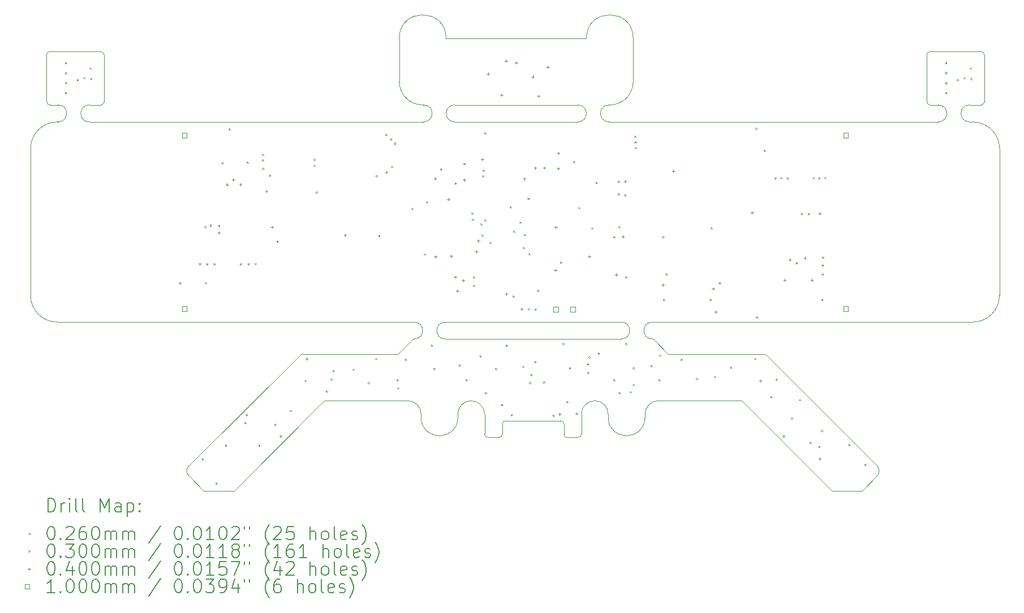
<source format=gbr>
%TF.GenerationSoftware,KiCad,Pcbnew,8.0.4*%
%TF.CreationDate,2024-11-30T23:44:54+01:00*%
%TF.ProjectId,ALL_PCBS,414c4c5f-5043-4425-932e-6b696361645f,rev?*%
%TF.SameCoordinates,Original*%
%TF.FileFunction,Drillmap*%
%TF.FilePolarity,Positive*%
%FSLAX45Y45*%
G04 Gerber Fmt 4.5, Leading zero omitted, Abs format (unit mm)*
G04 Created by KiCad (PCBNEW 8.0.4) date 2024-11-30 23:44:54*
%MOMM*%
%LPD*%
G01*
G04 APERTURE LIST*
%ADD10C,0.050000*%
%ADD11C,0.200000*%
%ADD12C,0.100000*%
G04 APERTURE END LIST*
D10*
X17993000Y-12687000D02*
X22788000Y-12687000D01*
X14894000Y-12687000D02*
X17527000Y-12687000D01*
X9088000Y-12687000D02*
X14428000Y-12687000D01*
X17527000Y-12941000D02*
X14894000Y-12941000D01*
X17993000Y-12941000D02*
X18007000Y-12941000D01*
X14407000Y-12941000D02*
X14428000Y-12941000D01*
X17344000Y-9687000D02*
X22273000Y-9687000D01*
X14569000Y-9687000D02*
X9566000Y-9687000D01*
X15035000Y-9687000D02*
X16878000Y-9687000D01*
X22788000Y-9687000D02*
X22739000Y-9687000D01*
X22296000Y-8633000D02*
X22291000Y-8633000D01*
X22366000Y-8633000D02*
X22296000Y-8633000D01*
X22291000Y-8633000D02*
X22206000Y-8633000D01*
X22101000Y-9383000D02*
X22101000Y-8683000D01*
X22911645Y-8633000D02*
X22891000Y-8633000D01*
X22273000Y-9433000D02*
X22151000Y-9433000D01*
X22891000Y-9433000D02*
X22739000Y-9433000D01*
X22911645Y-8633000D02*
G75*
G02*
X22961645Y-8683000I-8J-50008D01*
G01*
X22911645Y-9433000D02*
X22891000Y-9433000D01*
X22168000Y-8633000D02*
X22151000Y-8633000D01*
X22961645Y-9383000D02*
G75*
G02*
X22911645Y-9433000I-49997J-3D01*
G01*
X22206000Y-8633000D02*
X22168000Y-8633000D01*
X22101000Y-8683000D02*
G75*
G02*
X22151000Y-8633000I50000J0D01*
G01*
X22961645Y-9183000D02*
X22961645Y-9383000D01*
X22151000Y-9433000D02*
G75*
G02*
X22101000Y-9383000I0J50000D01*
G01*
X22961645Y-8883000D02*
X22961645Y-9183000D01*
X22366000Y-8633000D02*
X22891000Y-8633000D01*
X22961645Y-8683000D02*
X22961645Y-8883000D01*
X9100000Y-9433000D02*
X8978000Y-9433000D01*
X9718000Y-9433000D02*
X9566000Y-9433000D01*
X9100000Y-9687000D02*
X9088000Y-9687000D01*
X9788645Y-8683000D02*
X9788645Y-8883000D01*
X9193000Y-8633000D02*
X9718000Y-8633000D01*
X9788645Y-9383000D02*
G75*
G02*
X9738645Y-9433005I-50005J0D01*
G01*
X9788645Y-8883000D02*
X9788645Y-9183000D01*
X8995000Y-8633000D02*
X8978000Y-8633000D01*
X8978000Y-9433000D02*
G75*
G02*
X8928000Y-9383000I0J50000D01*
G01*
X9788645Y-9183000D02*
X9788645Y-9383000D01*
X8928000Y-8683000D02*
G75*
G02*
X8978000Y-8633000I50000J0D01*
G01*
X9033000Y-8633000D02*
X8995000Y-8633000D01*
X9738645Y-9433000D02*
X9718000Y-9433000D01*
X9193000Y-8633000D02*
X9123000Y-8633000D01*
X9738645Y-8633000D02*
X9718000Y-8633000D01*
X8928000Y-9383000D02*
X8928000Y-8683000D01*
X9123000Y-8633000D02*
X9118000Y-8633000D01*
X9118000Y-8633000D02*
X9033000Y-8633000D01*
X9738645Y-8633000D02*
G75*
G02*
X9788640Y-8683000I-5J-50000D01*
G01*
X22788000Y-9687000D02*
G75*
G02*
X23188000Y-10087000I0J-400000D01*
G01*
X8688000Y-10087000D02*
G75*
G02*
X9088000Y-9687000I400000J0D01*
G01*
X23188000Y-10087000D02*
X23188000Y-12287000D01*
X23188000Y-12287000D02*
G75*
G02*
X22788000Y-12687000I-400000J0D01*
G01*
X8688000Y-12287000D02*
X8688000Y-10087000D01*
X9088000Y-12687000D02*
G75*
G02*
X8688000Y-12287000I0J400000D01*
G01*
X14332000Y-13866000D02*
X14182000Y-13866000D01*
X15282000Y-13866000D02*
G75*
G02*
X15482000Y-14066000I0J-200000D01*
G01*
X14182000Y-13166000D02*
X14407000Y-12941000D01*
X12732000Y-13166000D02*
X14182000Y-13166000D01*
X14532000Y-14116000D02*
X14532000Y-14066000D01*
X16617355Y-14166000D02*
G75*
G02*
X16667350Y-14216000I5J-49990D01*
G01*
X15082000Y-14066000D02*
G75*
G02*
X15282000Y-13866000I200000J0D01*
G01*
X17132000Y-13866000D02*
G75*
G02*
X17332000Y-14066000I0J-200000D01*
G01*
X21357000Y-14841000D02*
G75*
G02*
X21357000Y-14991000I-75000J-75000D01*
G01*
X18232000Y-13166000D02*
X18007000Y-12941000D01*
X19682000Y-13166000D02*
X21357000Y-14841000D01*
X19332000Y-13866000D02*
X20682000Y-15216000D01*
X15746645Y-14216355D02*
X15746645Y-14366000D01*
X16717355Y-14416000D02*
G75*
G02*
X16667350Y-14366000I5J50010D01*
G01*
X19682000Y-13166000D02*
X18232000Y-13166000D01*
X17882000Y-14066000D02*
X17882000Y-14116000D01*
X12732000Y-13166000D02*
X11057000Y-14841000D01*
X18232000Y-13866000D02*
X19332000Y-13866000D01*
X13082000Y-13866000D02*
X11732000Y-15216000D01*
X11282000Y-15216000D02*
X11057000Y-14991000D01*
X16932000Y-14066000D02*
X16932000Y-14366000D01*
X15532000Y-14416000D02*
G75*
G02*
X15482000Y-14366000I0J50000D01*
G01*
X14332000Y-13866000D02*
G75*
G02*
X14532000Y-14066000I0J-200000D01*
G01*
X16882000Y-14416000D02*
X16732000Y-14416000D01*
X11732000Y-15216000D02*
X11282000Y-15216000D01*
X16932000Y-14366000D02*
G75*
G02*
X16882000Y-14416000I-50000J0D01*
G01*
X17332000Y-14116000D02*
X17332000Y-14066000D01*
X21357000Y-14991000D02*
X21132000Y-15216000D01*
X16932000Y-14066000D02*
G75*
G02*
X17132000Y-13866000I200000J0D01*
G01*
X17882000Y-14066000D02*
G75*
G02*
X18082000Y-13866000I200000J0D01*
G01*
X18232000Y-13866000D02*
X18082000Y-13866000D01*
X17882000Y-14116000D02*
G75*
G02*
X17332000Y-14116000I-275000J0D01*
G01*
X15682000Y-14416000D02*
X15532000Y-14416000D01*
X15746645Y-14366000D02*
G75*
G02*
X15696645Y-14415995I-49995J0D01*
G01*
X14182000Y-13866000D02*
X13082000Y-13866000D01*
X15482000Y-14066000D02*
X15482000Y-14366000D01*
X16732000Y-14416000D02*
X16717355Y-14416000D01*
X15682000Y-14416000D02*
X15696645Y-14416000D01*
X15746645Y-14216000D02*
G75*
G02*
X15796645Y-14165995I50005J0D01*
G01*
X15082000Y-14116000D02*
G75*
G02*
X14532000Y-14116000I-275000J0D01*
G01*
X16667355Y-14366000D02*
X16667355Y-14216000D01*
X15796645Y-14166000D02*
X16617355Y-14166000D01*
X20682000Y-15216000D02*
X21132000Y-15216000D01*
X15082000Y-14116000D02*
X15082000Y-14066000D01*
X11057000Y-14991000D02*
G75*
G02*
X11057000Y-14841000I75000J75000D01*
G01*
X14555700Y-9433000D02*
G75*
G02*
X14205700Y-9083000I0J350000D01*
G01*
X17705700Y-8433000D02*
X17705700Y-9083000D01*
X14205700Y-8433000D02*
G75*
G02*
X14905700Y-8433000I350000J0D01*
G01*
X17705700Y-9083000D02*
G75*
G02*
X17355700Y-9433000I-350000J0D01*
G01*
X14905700Y-8433000D02*
X17005700Y-8433000D01*
X14205700Y-9083000D02*
X14205700Y-8433000D01*
X17005700Y-8433000D02*
G75*
G02*
X17705700Y-8433000I350000J0D01*
G01*
X17344000Y-9433000D02*
X17355700Y-9433000D01*
X16878000Y-9433000D02*
X15035000Y-9433000D01*
X14555700Y-9433000D02*
X14569000Y-9433000D01*
X17993000Y-12941000D02*
G75*
G02*
X17993000Y-12687000I0J127000D01*
G01*
X17527000Y-12687000D02*
G75*
G02*
X17527000Y-12941000I0J-127000D01*
G01*
X14894000Y-12941000D02*
G75*
G02*
X14894000Y-12687000I0J127000D01*
G01*
X14428000Y-12687000D02*
G75*
G02*
X14428000Y-12941000I0J-127000D01*
G01*
X22273000Y-9433000D02*
G75*
G02*
X22273000Y-9687000I0J-127000D01*
G01*
X22739000Y-9687000D02*
G75*
G02*
X22739000Y-9433000I0J127000D01*
G01*
X9100000Y-9433000D02*
G75*
G02*
X9100000Y-9687000I0J-127000D01*
G01*
X9566000Y-9687000D02*
G75*
G02*
X9566000Y-9433000I0J127000D01*
G01*
X16878000Y-9433000D02*
G75*
G02*
X16878000Y-9687000I0J-127000D01*
G01*
X17344000Y-9687000D02*
G75*
G02*
X17344000Y-9433000I0J127000D01*
G01*
X14569000Y-9433000D02*
G75*
G02*
X14569000Y-9687000I0J-127000D01*
G01*
X15035000Y-9687000D02*
G75*
G02*
X15035000Y-9433000I0J127000D01*
G01*
D11*
D12*
X14387500Y-10979000D02*
X14413500Y-11005000D01*
X14413500Y-10979000D02*
X14387500Y-11005000D01*
X14605000Y-10871500D02*
X14631000Y-10897500D01*
X14631000Y-10871500D02*
X14605000Y-10897500D01*
X15285000Y-11044000D02*
X15311000Y-11070000D01*
X15311000Y-11044000D02*
X15285000Y-11070000D01*
X15287500Y-11134000D02*
X15313500Y-11160000D01*
X15313500Y-11134000D02*
X15287500Y-11160000D01*
X15305000Y-12004000D02*
X15331000Y-12030000D01*
X15331000Y-12004000D02*
X15305000Y-12030000D01*
X15305000Y-12124000D02*
X15331000Y-12150000D01*
X15331000Y-12124000D02*
X15305000Y-12150000D01*
X15421250Y-11205250D02*
X15447250Y-11231250D01*
X15447250Y-11205250D02*
X15421250Y-11231250D01*
X15435000Y-11371500D02*
X15461000Y-11397500D01*
X15461000Y-11371500D02*
X15435000Y-11397500D01*
X15445000Y-10484000D02*
X15471000Y-10510000D01*
X15471000Y-10484000D02*
X15445000Y-10510000D01*
X15454341Y-10403341D02*
X15480341Y-10429341D01*
X15480341Y-10403341D02*
X15454341Y-10429341D01*
X15475000Y-11144000D02*
X15501000Y-11170000D01*
X15501000Y-11144000D02*
X15475000Y-11170000D01*
X15555472Y-11481500D02*
X15581472Y-11507500D01*
X15581472Y-11481500D02*
X15555472Y-11507500D01*
X15860000Y-10954000D02*
X15886000Y-10980000D01*
X15886000Y-10954000D02*
X15860000Y-10980000D01*
X15907500Y-11314000D02*
X15933500Y-11340000D01*
X15933500Y-11314000D02*
X15907500Y-11340000D01*
X15998735Y-11177735D02*
X16024735Y-11203735D01*
X16024735Y-11177735D02*
X15998735Y-11203735D01*
X16055000Y-11564000D02*
X16081000Y-11590000D01*
X16081000Y-11564000D02*
X16055000Y-11590000D01*
X16070000Y-11364000D02*
X16096000Y-11390000D01*
X16096000Y-11364000D02*
X16070000Y-11390000D01*
X16125000Y-10821500D02*
X16151000Y-10847500D01*
X16151000Y-10821500D02*
X16125000Y-10847500D01*
X16135000Y-11654000D02*
X16161000Y-11680000D01*
X16161000Y-11654000D02*
X16135000Y-11680000D01*
X17485000Y-11250235D02*
X17511000Y-11276235D01*
X17511000Y-11250235D02*
X17485000Y-11276235D01*
X17721877Y-9889560D02*
X17747877Y-9915560D01*
X17747877Y-9889560D02*
X17721877Y-9915560D01*
X17725000Y-9974000D02*
X17751000Y-10000000D01*
X17751000Y-9974000D02*
X17725000Y-10000000D01*
X17730000Y-10061500D02*
X17756000Y-10087500D01*
X17756000Y-10061500D02*
X17730000Y-10087500D01*
X18867500Y-11261500D02*
X18893500Y-11287500D01*
X18893500Y-11261500D02*
X18867500Y-11287500D01*
X20138000Y-11789800D02*
X20164000Y-11815800D01*
X20164000Y-11789800D02*
X20138000Y-11815800D01*
X9233000Y-8808000D02*
G75*
G02*
X9203000Y-8808000I-15000J0D01*
G01*
X9203000Y-8808000D02*
G75*
G02*
X9233000Y-8808000I15000J0D01*
G01*
X9233000Y-8958000D02*
G75*
G02*
X9203000Y-8958000I-15000J0D01*
G01*
X9203000Y-8958000D02*
G75*
G02*
X9233000Y-8958000I15000J0D01*
G01*
X9233000Y-9108000D02*
G75*
G02*
X9203000Y-9108000I-15000J0D01*
G01*
X9203000Y-9108000D02*
G75*
G02*
X9233000Y-9108000I15000J0D01*
G01*
X9233000Y-9258000D02*
G75*
G02*
X9203000Y-9258000I-15000J0D01*
G01*
X9203000Y-9258000D02*
G75*
G02*
X9233000Y-9258000I15000J0D01*
G01*
X9408000Y-9063000D02*
G75*
G02*
X9378000Y-9063000I-15000J0D01*
G01*
X9378000Y-9063000D02*
G75*
G02*
X9408000Y-9063000I15000J0D01*
G01*
X9508000Y-9033000D02*
G75*
G02*
X9478000Y-9033000I-15000J0D01*
G01*
X9478000Y-9033000D02*
G75*
G02*
X9508000Y-9033000I15000J0D01*
G01*
X9600500Y-8890500D02*
G75*
G02*
X9570500Y-8890500I-15000J0D01*
G01*
X9570500Y-8890500D02*
G75*
G02*
X9600500Y-8890500I15000J0D01*
G01*
X9610000Y-9045000D02*
G75*
G02*
X9580000Y-9045000I-15000J0D01*
G01*
X9580000Y-9045000D02*
G75*
G02*
X9610000Y-9045000I15000J0D01*
G01*
X10942000Y-12106000D02*
G75*
G02*
X10912000Y-12106000I-15000J0D01*
G01*
X10912000Y-12106000D02*
G75*
G02*
X10942000Y-12106000I15000J0D01*
G01*
X11238000Y-11820000D02*
G75*
G02*
X11208000Y-11820000I-15000J0D01*
G01*
X11208000Y-11820000D02*
G75*
G02*
X11238000Y-11820000I15000J0D01*
G01*
X11277000Y-14741000D02*
G75*
G02*
X11247000Y-14741000I-15000J0D01*
G01*
X11247000Y-14741000D02*
G75*
G02*
X11277000Y-14741000I15000J0D01*
G01*
X11320500Y-11264500D02*
G75*
G02*
X11290500Y-11264500I-15000J0D01*
G01*
X11290500Y-11264500D02*
G75*
G02*
X11320500Y-11264500I15000J0D01*
G01*
X11328000Y-12107000D02*
G75*
G02*
X11298000Y-12107000I-15000J0D01*
G01*
X11298000Y-12107000D02*
G75*
G02*
X11328000Y-12107000I15000J0D01*
G01*
X11347000Y-11820000D02*
G75*
G02*
X11317000Y-11820000I-15000J0D01*
G01*
X11317000Y-11820000D02*
G75*
G02*
X11347000Y-11820000I15000J0D01*
G01*
X11398000Y-11242000D02*
G75*
G02*
X11368000Y-11242000I-15000J0D01*
G01*
X11368000Y-11242000D02*
G75*
G02*
X11398000Y-11242000I15000J0D01*
G01*
X11456000Y-11820000D02*
G75*
G02*
X11426000Y-11820000I-15000J0D01*
G01*
X11426000Y-11820000D02*
G75*
G02*
X11456000Y-11820000I15000J0D01*
G01*
X11487000Y-15111000D02*
G75*
G02*
X11457000Y-15111000I-15000J0D01*
G01*
X11457000Y-15111000D02*
G75*
G02*
X11487000Y-15111000I15000J0D01*
G01*
X11525500Y-11247000D02*
G75*
G02*
X11495500Y-11247000I-15000J0D01*
G01*
X11495500Y-11247000D02*
G75*
G02*
X11525500Y-11247000I15000J0D01*
G01*
X11525500Y-11352000D02*
G75*
G02*
X11495500Y-11352000I-15000J0D01*
G01*
X11495500Y-11352000D02*
G75*
G02*
X11525500Y-11352000I15000J0D01*
G01*
X11575500Y-10304500D02*
G75*
G02*
X11545500Y-10304500I-15000J0D01*
G01*
X11545500Y-10304500D02*
G75*
G02*
X11575500Y-10304500I15000J0D01*
G01*
X11627000Y-14541000D02*
G75*
G02*
X11597000Y-14541000I-15000J0D01*
G01*
X11597000Y-14541000D02*
G75*
G02*
X11627000Y-14541000I15000J0D01*
G01*
X11680500Y-9802000D02*
G75*
G02*
X11650500Y-9802000I-15000J0D01*
G01*
X11650500Y-9802000D02*
G75*
G02*
X11680500Y-9802000I15000J0D01*
G01*
X11851000Y-11820000D02*
G75*
G02*
X11821000Y-11820000I-15000J0D01*
G01*
X11821000Y-11820000D02*
G75*
G02*
X11851000Y-11820000I15000J0D01*
G01*
X11917000Y-14201000D02*
G75*
G02*
X11887000Y-14201000I-15000J0D01*
G01*
X11887000Y-14201000D02*
G75*
G02*
X11917000Y-14201000I15000J0D01*
G01*
X11937000Y-14081000D02*
G75*
G02*
X11907000Y-14081000I-15000J0D01*
G01*
X11907000Y-14081000D02*
G75*
G02*
X11937000Y-14081000I15000J0D01*
G01*
X11950500Y-10302000D02*
G75*
G02*
X11920500Y-10302000I-15000J0D01*
G01*
X11920500Y-10302000D02*
G75*
G02*
X11950500Y-10302000I15000J0D01*
G01*
X11969000Y-11821000D02*
G75*
G02*
X11939000Y-11821000I-15000J0D01*
G01*
X11939000Y-11821000D02*
G75*
G02*
X11969000Y-11821000I15000J0D01*
G01*
X12072000Y-11820000D02*
G75*
G02*
X12042000Y-11820000I-15000J0D01*
G01*
X12042000Y-11820000D02*
G75*
G02*
X12072000Y-11820000I15000J0D01*
G01*
X12127000Y-14541000D02*
G75*
G02*
X12097000Y-14541000I-15000J0D01*
G01*
X12097000Y-14541000D02*
G75*
G02*
X12127000Y-14541000I15000J0D01*
G01*
X12180500Y-10184500D02*
G75*
G02*
X12150500Y-10184500I-15000J0D01*
G01*
X12150500Y-10184500D02*
G75*
G02*
X12180500Y-10184500I15000J0D01*
G01*
X12180500Y-10267000D02*
G75*
G02*
X12150500Y-10267000I-15000J0D01*
G01*
X12150500Y-10267000D02*
G75*
G02*
X12180500Y-10267000I15000J0D01*
G01*
X12180500Y-10392000D02*
G75*
G02*
X12150500Y-10392000I-15000J0D01*
G01*
X12150500Y-10392000D02*
G75*
G02*
X12180500Y-10392000I15000J0D01*
G01*
X12236000Y-10732000D02*
G75*
G02*
X12206000Y-10732000I-15000J0D01*
G01*
X12206000Y-10732000D02*
G75*
G02*
X12236000Y-10732000I15000J0D01*
G01*
X12285500Y-10497000D02*
G75*
G02*
X12255500Y-10497000I-15000J0D01*
G01*
X12255500Y-10497000D02*
G75*
G02*
X12285500Y-10497000I15000J0D01*
G01*
X12367000Y-14231000D02*
G75*
G02*
X12337000Y-14231000I-15000J0D01*
G01*
X12337000Y-14231000D02*
G75*
G02*
X12367000Y-14231000I15000J0D01*
G01*
X12398000Y-11484500D02*
G75*
G02*
X12368000Y-11484500I-15000J0D01*
G01*
X12368000Y-11484500D02*
G75*
G02*
X12398000Y-11484500I15000J0D01*
G01*
X12447000Y-14401000D02*
G75*
G02*
X12417000Y-14401000I-15000J0D01*
G01*
X12417000Y-14401000D02*
G75*
G02*
X12447000Y-14401000I15000J0D01*
G01*
X12597000Y-14021000D02*
G75*
G02*
X12567000Y-14021000I-15000J0D01*
G01*
X12567000Y-14021000D02*
G75*
G02*
X12597000Y-14021000I15000J0D01*
G01*
X12817000Y-13571000D02*
G75*
G02*
X12787000Y-13571000I-15000J0D01*
G01*
X12787000Y-13571000D02*
G75*
G02*
X12817000Y-13571000I15000J0D01*
G01*
X12837000Y-13241000D02*
G75*
G02*
X12807000Y-13241000I-15000J0D01*
G01*
X12807000Y-13241000D02*
G75*
G02*
X12837000Y-13241000I15000J0D01*
G01*
X12953000Y-10346000D02*
G75*
G02*
X12923000Y-10346000I-15000J0D01*
G01*
X12923000Y-10346000D02*
G75*
G02*
X12953000Y-10346000I15000J0D01*
G01*
X12954000Y-10257000D02*
G75*
G02*
X12924000Y-10257000I-15000J0D01*
G01*
X12924000Y-10257000D02*
G75*
G02*
X12954000Y-10257000I15000J0D01*
G01*
X12986000Y-10747000D02*
G75*
G02*
X12956000Y-10747000I-15000J0D01*
G01*
X12956000Y-10747000D02*
G75*
G02*
X12986000Y-10747000I15000J0D01*
G01*
X13137000Y-13731000D02*
G75*
G02*
X13107000Y-13731000I-15000J0D01*
G01*
X13107000Y-13731000D02*
G75*
G02*
X13137000Y-13731000I15000J0D01*
G01*
X13207000Y-13551000D02*
G75*
G02*
X13177000Y-13551000I-15000J0D01*
G01*
X13177000Y-13551000D02*
G75*
G02*
X13207000Y-13551000I15000J0D01*
G01*
X13237000Y-13421000D02*
G75*
G02*
X13207000Y-13421000I-15000J0D01*
G01*
X13207000Y-13421000D02*
G75*
G02*
X13237000Y-13421000I15000J0D01*
G01*
X13413000Y-11387000D02*
G75*
G02*
X13383000Y-11387000I-15000J0D01*
G01*
X13383000Y-11387000D02*
G75*
G02*
X13413000Y-11387000I15000J0D01*
G01*
X13537000Y-13401000D02*
G75*
G02*
X13507000Y-13401000I-15000J0D01*
G01*
X13507000Y-13401000D02*
G75*
G02*
X13537000Y-13401000I15000J0D01*
G01*
X13767000Y-13601000D02*
G75*
G02*
X13737000Y-13601000I-15000J0D01*
G01*
X13737000Y-13601000D02*
G75*
G02*
X13767000Y-13601000I15000J0D01*
G01*
X13877000Y-13241000D02*
G75*
G02*
X13847000Y-13241000I-15000J0D01*
G01*
X13847000Y-13241000D02*
G75*
G02*
X13877000Y-13241000I15000J0D01*
G01*
X13884000Y-10500000D02*
G75*
G02*
X13854000Y-10500000I-15000J0D01*
G01*
X13854000Y-10500000D02*
G75*
G02*
X13884000Y-10500000I15000J0D01*
G01*
X13922000Y-11400000D02*
G75*
G02*
X13892000Y-11400000I-15000J0D01*
G01*
X13892000Y-11400000D02*
G75*
G02*
X13922000Y-11400000I15000J0D01*
G01*
X14024000Y-9882000D02*
G75*
G02*
X13994000Y-9882000I-15000J0D01*
G01*
X13994000Y-9882000D02*
G75*
G02*
X14024000Y-9882000I15000J0D01*
G01*
X14033000Y-10446000D02*
G75*
G02*
X14003000Y-10446000I-15000J0D01*
G01*
X14003000Y-10446000D02*
G75*
G02*
X14033000Y-10446000I15000J0D01*
G01*
X14097000Y-9955000D02*
G75*
G02*
X14067000Y-9955000I-15000J0D01*
G01*
X14067000Y-9955000D02*
G75*
G02*
X14097000Y-9955000I15000J0D01*
G01*
X14112000Y-10363000D02*
G75*
G02*
X14082000Y-10363000I-15000J0D01*
G01*
X14082000Y-10363000D02*
G75*
G02*
X14112000Y-10363000I15000J0D01*
G01*
X14158000Y-10015000D02*
G75*
G02*
X14128000Y-10015000I-15000J0D01*
G01*
X14128000Y-10015000D02*
G75*
G02*
X14158000Y-10015000I15000J0D01*
G01*
X14197000Y-13561000D02*
G75*
G02*
X14167000Y-13561000I-15000J0D01*
G01*
X14167000Y-13561000D02*
G75*
G02*
X14197000Y-13561000I15000J0D01*
G01*
X14207000Y-13681000D02*
G75*
G02*
X14177000Y-13681000I-15000J0D01*
G01*
X14177000Y-13681000D02*
G75*
G02*
X14207000Y-13681000I15000J0D01*
G01*
X14317000Y-13251000D02*
G75*
G02*
X14287000Y-13251000I-15000J0D01*
G01*
X14287000Y-13251000D02*
G75*
G02*
X14317000Y-13251000I15000J0D01*
G01*
X14603000Y-11674500D02*
G75*
G02*
X14573000Y-11674500I-15000J0D01*
G01*
X14573000Y-11674500D02*
G75*
G02*
X14603000Y-11674500I15000J0D01*
G01*
X14707000Y-13041000D02*
G75*
G02*
X14677000Y-13041000I-15000J0D01*
G01*
X14677000Y-13041000D02*
G75*
G02*
X14707000Y-13041000I15000J0D01*
G01*
X14747000Y-13391000D02*
G75*
G02*
X14717000Y-13391000I-15000J0D01*
G01*
X14717000Y-13391000D02*
G75*
G02*
X14747000Y-13391000I15000J0D01*
G01*
X14760500Y-10539500D02*
G75*
G02*
X14730500Y-10539500I-15000J0D01*
G01*
X14730500Y-10539500D02*
G75*
G02*
X14760500Y-10539500I15000J0D01*
G01*
X14848000Y-10399500D02*
G75*
G02*
X14818000Y-10399500I-15000J0D01*
G01*
X14818000Y-10399500D02*
G75*
G02*
X14848000Y-10399500I15000J0D01*
G01*
X15066000Y-10612000D02*
G75*
G02*
X15036000Y-10612000I-15000J0D01*
G01*
X15036000Y-10612000D02*
G75*
G02*
X15066000Y-10612000I15000J0D01*
G01*
X15127000Y-13341000D02*
G75*
G02*
X15097000Y-13341000I-15000J0D01*
G01*
X15097000Y-13341000D02*
G75*
G02*
X15127000Y-13341000I15000J0D01*
G01*
X15227000Y-13561000D02*
G75*
G02*
X15197000Y-13561000I-15000J0D01*
G01*
X15197000Y-13561000D02*
G75*
G02*
X15227000Y-13561000I15000J0D01*
G01*
X15437000Y-13201000D02*
G75*
G02*
X15407000Y-13201000I-15000J0D01*
G01*
X15407000Y-13201000D02*
G75*
G02*
X15437000Y-13201000I15000J0D01*
G01*
X15508000Y-9862000D02*
G75*
G02*
X15478000Y-9862000I-15000J0D01*
G01*
X15478000Y-9862000D02*
G75*
G02*
X15508000Y-9862000I15000J0D01*
G01*
X15517000Y-13751000D02*
G75*
G02*
X15487000Y-13751000I-15000J0D01*
G01*
X15487000Y-13751000D02*
G75*
G02*
X15517000Y-13751000I15000J0D01*
G01*
X15667000Y-13391000D02*
G75*
G02*
X15637000Y-13391000I-15000J0D01*
G01*
X15637000Y-13391000D02*
G75*
G02*
X15667000Y-13391000I15000J0D01*
G01*
X15759500Y-13931000D02*
G75*
G02*
X15729500Y-13931000I-15000J0D01*
G01*
X15729500Y-13931000D02*
G75*
G02*
X15759500Y-13931000I15000J0D01*
G01*
X15827000Y-13041000D02*
G75*
G02*
X15797000Y-13041000I-15000J0D01*
G01*
X15797000Y-13041000D02*
G75*
G02*
X15827000Y-13041000I15000J0D01*
G01*
X15907000Y-14081000D02*
G75*
G02*
X15877000Y-14081000I-15000J0D01*
G01*
X15877000Y-14081000D02*
G75*
G02*
X15907000Y-14081000I15000J0D01*
G01*
X15930500Y-12307000D02*
G75*
G02*
X15900500Y-12307000I-15000J0D01*
G01*
X15900500Y-12307000D02*
G75*
G02*
X15930500Y-12307000I15000J0D01*
G01*
X16056000Y-12495000D02*
G75*
G02*
X16026000Y-12495000I-15000J0D01*
G01*
X16026000Y-12495000D02*
G75*
G02*
X16056000Y-12495000I15000J0D01*
G01*
X16077000Y-13361000D02*
G75*
G02*
X16047000Y-13361000I-15000J0D01*
G01*
X16047000Y-13361000D02*
G75*
G02*
X16077000Y-13361000I15000J0D01*
G01*
X16161000Y-12497000D02*
G75*
G02*
X16131000Y-12497000I-15000J0D01*
G01*
X16131000Y-12497000D02*
G75*
G02*
X16161000Y-12497000I15000J0D01*
G01*
X16177000Y-13601000D02*
G75*
G02*
X16147000Y-13601000I-15000J0D01*
G01*
X16147000Y-13601000D02*
G75*
G02*
X16177000Y-13601000I15000J0D01*
G01*
X16197000Y-13481000D02*
G75*
G02*
X16167000Y-13481000I-15000J0D01*
G01*
X16167000Y-13481000D02*
G75*
G02*
X16197000Y-13481000I15000J0D01*
G01*
X16257000Y-13291000D02*
G75*
G02*
X16227000Y-13291000I-15000J0D01*
G01*
X16227000Y-13291000D02*
G75*
G02*
X16257000Y-13291000I15000J0D01*
G01*
X16261000Y-12497000D02*
G75*
G02*
X16231000Y-12497000I-15000J0D01*
G01*
X16231000Y-12497000D02*
G75*
G02*
X16261000Y-12497000I15000J0D01*
G01*
X16298000Y-12219500D02*
G75*
G02*
X16268000Y-12219500I-15000J0D01*
G01*
X16268000Y-12219500D02*
G75*
G02*
X16298000Y-12219500I15000J0D01*
G01*
X16387000Y-13591000D02*
G75*
G02*
X16357000Y-13591000I-15000J0D01*
G01*
X16357000Y-13591000D02*
G75*
G02*
X16387000Y-13591000I15000J0D01*
G01*
X16527000Y-14091000D02*
G75*
G02*
X16497000Y-14091000I-15000J0D01*
G01*
X16497000Y-14091000D02*
G75*
G02*
X16527000Y-14091000I15000J0D01*
G01*
X16622000Y-14071000D02*
G75*
G02*
X16592000Y-14071000I-15000J0D01*
G01*
X16592000Y-14071000D02*
G75*
G02*
X16622000Y-14071000I15000J0D01*
G01*
X16642000Y-11797000D02*
G75*
G02*
X16612000Y-11797000I-15000J0D01*
G01*
X16612000Y-11797000D02*
G75*
G02*
X16642000Y-11797000I15000J0D01*
G01*
X16677000Y-13016000D02*
G75*
G02*
X16647000Y-13016000I-15000J0D01*
G01*
X16647000Y-13016000D02*
G75*
G02*
X16677000Y-13016000I15000J0D01*
G01*
X16737000Y-13891000D02*
G75*
G02*
X16707000Y-13891000I-15000J0D01*
G01*
X16707000Y-13891000D02*
G75*
G02*
X16737000Y-13891000I15000J0D01*
G01*
X16777000Y-13381000D02*
G75*
G02*
X16747000Y-13381000I-15000J0D01*
G01*
X16747000Y-13381000D02*
G75*
G02*
X16777000Y-13381000I15000J0D01*
G01*
X16835500Y-10292000D02*
G75*
G02*
X16805500Y-10292000I-15000J0D01*
G01*
X16805500Y-10292000D02*
G75*
G02*
X16835500Y-10292000I15000J0D01*
G01*
X16877000Y-14061000D02*
G75*
G02*
X16847000Y-14061000I-15000J0D01*
G01*
X16847000Y-14061000D02*
G75*
G02*
X16877000Y-14061000I15000J0D01*
G01*
X16914000Y-10980000D02*
G75*
G02*
X16884000Y-10980000I-15000J0D01*
G01*
X16884000Y-10980000D02*
G75*
G02*
X16914000Y-10980000I15000J0D01*
G01*
X17047000Y-13321000D02*
G75*
G02*
X17017000Y-13321000I-15000J0D01*
G01*
X17017000Y-13321000D02*
G75*
G02*
X17047000Y-13321000I15000J0D01*
G01*
X17047000Y-13451000D02*
G75*
G02*
X17017000Y-13451000I-15000J0D01*
G01*
X17017000Y-13451000D02*
G75*
G02*
X17047000Y-13451000I15000J0D01*
G01*
X17067000Y-13221000D02*
G75*
G02*
X17037000Y-13221000I-15000J0D01*
G01*
X17037000Y-13221000D02*
G75*
G02*
X17067000Y-13221000I15000J0D01*
G01*
X17110000Y-11286000D02*
G75*
G02*
X17080000Y-11286000I-15000J0D01*
G01*
X17080000Y-11286000D02*
G75*
G02*
X17110000Y-11286000I15000J0D01*
G01*
X17170500Y-10602000D02*
G75*
G02*
X17140500Y-10602000I-15000J0D01*
G01*
X17140500Y-10602000D02*
G75*
G02*
X17170500Y-10602000I15000J0D01*
G01*
X17207000Y-13161000D02*
G75*
G02*
X17177000Y-13161000I-15000J0D01*
G01*
X17177000Y-13161000D02*
G75*
G02*
X17207000Y-13161000I15000J0D01*
G01*
X17437000Y-13561698D02*
G75*
G02*
X17407000Y-13561698I-15000J0D01*
G01*
X17407000Y-13561698D02*
G75*
G02*
X17437000Y-13561698I15000J0D01*
G01*
X17438000Y-11414500D02*
G75*
G02*
X17408000Y-11414500I-15000J0D01*
G01*
X17408000Y-11414500D02*
G75*
G02*
X17438000Y-11414500I15000J0D01*
G01*
X17506000Y-10586000D02*
G75*
G02*
X17476000Y-10586000I-15000J0D01*
G01*
X17476000Y-10586000D02*
G75*
G02*
X17506000Y-10586000I15000J0D01*
G01*
X17506000Y-10775000D02*
G75*
G02*
X17476000Y-10775000I-15000J0D01*
G01*
X17476000Y-10775000D02*
G75*
G02*
X17506000Y-10775000I15000J0D01*
G01*
X17517000Y-13751000D02*
G75*
G02*
X17487000Y-13751000I-15000J0D01*
G01*
X17487000Y-13751000D02*
G75*
G02*
X17517000Y-13751000I15000J0D01*
G01*
X17604000Y-10788000D02*
G75*
G02*
X17574000Y-10788000I-15000J0D01*
G01*
X17574000Y-10788000D02*
G75*
G02*
X17604000Y-10788000I15000J0D01*
G01*
X17605000Y-10581000D02*
G75*
G02*
X17575000Y-10581000I-15000J0D01*
G01*
X17575000Y-10581000D02*
G75*
G02*
X17605000Y-10581000I15000J0D01*
G01*
X17615500Y-12017000D02*
G75*
G02*
X17585500Y-12017000I-15000J0D01*
G01*
X17585500Y-12017000D02*
G75*
G02*
X17615500Y-12017000I15000J0D01*
G01*
X17617000Y-13016000D02*
G75*
G02*
X17587000Y-13016000I-15000J0D01*
G01*
X17587000Y-13016000D02*
G75*
G02*
X17617000Y-13016000I15000J0D01*
G01*
X17687000Y-13741000D02*
G75*
G02*
X17657000Y-13741000I-15000J0D01*
G01*
X17657000Y-13741000D02*
G75*
G02*
X17687000Y-13741000I15000J0D01*
G01*
X17727000Y-13381000D02*
G75*
G02*
X17697000Y-13381000I-15000J0D01*
G01*
X17697000Y-13381000D02*
G75*
G02*
X17727000Y-13381000I15000J0D01*
G01*
X17727000Y-13631000D02*
G75*
G02*
X17697000Y-13631000I-15000J0D01*
G01*
X17697000Y-13631000D02*
G75*
G02*
X17727000Y-13631000I15000J0D01*
G01*
X17997000Y-13351000D02*
G75*
G02*
X17967000Y-13351000I-15000J0D01*
G01*
X17967000Y-13351000D02*
G75*
G02*
X17997000Y-13351000I15000J0D01*
G01*
X18117000Y-13561000D02*
G75*
G02*
X18087000Y-13561000I-15000J0D01*
G01*
X18087000Y-13561000D02*
G75*
G02*
X18117000Y-13561000I15000J0D01*
G01*
X18127000Y-13191000D02*
G75*
G02*
X18097000Y-13191000I-15000J0D01*
G01*
X18097000Y-13191000D02*
G75*
G02*
X18127000Y-13191000I15000J0D01*
G01*
X18168000Y-11414500D02*
G75*
G02*
X18138000Y-11414500I-15000J0D01*
G01*
X18138000Y-11414500D02*
G75*
G02*
X18168000Y-11414500I15000J0D01*
G01*
X18182000Y-12358000D02*
G75*
G02*
X18152000Y-12358000I-15000J0D01*
G01*
X18152000Y-12358000D02*
G75*
G02*
X18182000Y-12358000I15000J0D01*
G01*
X18222000Y-11974000D02*
G75*
G02*
X18192000Y-11974000I-15000J0D01*
G01*
X18192000Y-11974000D02*
G75*
G02*
X18222000Y-11974000I15000J0D01*
G01*
X18447000Y-13251000D02*
G75*
G02*
X18417000Y-13251000I-15000J0D01*
G01*
X18417000Y-13251000D02*
G75*
G02*
X18447000Y-13251000I15000J0D01*
G01*
X18677000Y-13541000D02*
G75*
G02*
X18647000Y-13541000I-15000J0D01*
G01*
X18647000Y-13541000D02*
G75*
G02*
X18677000Y-13541000I15000J0D01*
G01*
X18880000Y-12359000D02*
G75*
G02*
X18850000Y-12359000I-15000J0D01*
G01*
X18850000Y-12359000D02*
G75*
G02*
X18880000Y-12359000I15000J0D01*
G01*
X18947000Y-13511000D02*
G75*
G02*
X18917000Y-13511000I-15000J0D01*
G01*
X18917000Y-13511000D02*
G75*
G02*
X18947000Y-13511000I15000J0D01*
G01*
X18960000Y-12537000D02*
G75*
G02*
X18930000Y-12537000I-15000J0D01*
G01*
X18930000Y-12537000D02*
G75*
G02*
X18960000Y-12537000I15000J0D01*
G01*
X19187000Y-13371000D02*
G75*
G02*
X19157000Y-13371000I-15000J0D01*
G01*
X19157000Y-13371000D02*
G75*
G02*
X19187000Y-13371000I15000J0D01*
G01*
X19547000Y-13241000D02*
G75*
G02*
X19517000Y-13241000I-15000J0D01*
G01*
X19517000Y-13241000D02*
G75*
G02*
X19547000Y-13241000I15000J0D01*
G01*
X19565500Y-9789500D02*
G75*
G02*
X19535500Y-9789500I-15000J0D01*
G01*
X19535500Y-9789500D02*
G75*
G02*
X19565500Y-9789500I15000J0D01*
G01*
X19576000Y-12616000D02*
G75*
G02*
X19546000Y-12616000I-15000J0D01*
G01*
X19546000Y-12616000D02*
G75*
G02*
X19576000Y-12616000I15000J0D01*
G01*
X19627000Y-13571000D02*
G75*
G02*
X19597000Y-13571000I-15000J0D01*
G01*
X19597000Y-13571000D02*
G75*
G02*
X19627000Y-13571000I15000J0D01*
G01*
X19690500Y-10124500D02*
G75*
G02*
X19660500Y-10124500I-15000J0D01*
G01*
X19660500Y-10124500D02*
G75*
G02*
X19690500Y-10124500I15000J0D01*
G01*
X19787000Y-13811000D02*
G75*
G02*
X19757000Y-13811000I-15000J0D01*
G01*
X19757000Y-13811000D02*
G75*
G02*
X19787000Y-13811000I15000J0D01*
G01*
X19850000Y-10533000D02*
G75*
G02*
X19820000Y-10533000I-15000J0D01*
G01*
X19820000Y-10533000D02*
G75*
G02*
X19850000Y-10533000I15000J0D01*
G01*
X19867000Y-13551000D02*
G75*
G02*
X19837000Y-13551000I-15000J0D01*
G01*
X19837000Y-13551000D02*
G75*
G02*
X19867000Y-13551000I15000J0D01*
G01*
X19938000Y-10533000D02*
G75*
G02*
X19908000Y-10533000I-15000J0D01*
G01*
X19908000Y-10533000D02*
G75*
G02*
X19938000Y-10533000I15000J0D01*
G01*
X19977000Y-14401000D02*
G75*
G02*
X19947000Y-14401000I-15000J0D01*
G01*
X19947000Y-14401000D02*
G75*
G02*
X19977000Y-14401000I15000J0D01*
G01*
X20033000Y-10533000D02*
G75*
G02*
X20003000Y-10533000I-15000J0D01*
G01*
X20003000Y-10533000D02*
G75*
G02*
X20033000Y-10533000I15000J0D01*
G01*
X20098449Y-14132449D02*
G75*
G02*
X20068449Y-14132449I-15000J0D01*
G01*
X20068449Y-14132449D02*
G75*
G02*
X20098449Y-14132449I15000J0D01*
G01*
X20217000Y-13861000D02*
G75*
G02*
X20187000Y-13861000I-15000J0D01*
G01*
X20187000Y-13861000D02*
G75*
G02*
X20217000Y-13861000I15000J0D01*
G01*
X20244000Y-11066000D02*
G75*
G02*
X20214000Y-11066000I-15000J0D01*
G01*
X20214000Y-11066000D02*
G75*
G02*
X20244000Y-11066000I15000J0D01*
G01*
X20351000Y-11066000D02*
G75*
G02*
X20321000Y-11066000I-15000J0D01*
G01*
X20321000Y-11066000D02*
G75*
G02*
X20351000Y-11066000I15000J0D01*
G01*
X20377000Y-14501000D02*
G75*
G02*
X20347000Y-14501000I-15000J0D01*
G01*
X20347000Y-14501000D02*
G75*
G02*
X20377000Y-14501000I15000J0D01*
G01*
X20420000Y-10533000D02*
G75*
G02*
X20390000Y-10533000I-15000J0D01*
G01*
X20390000Y-10533000D02*
G75*
G02*
X20420000Y-10533000I15000J0D01*
G01*
X20507000Y-14561000D02*
G75*
G02*
X20477000Y-14561000I-15000J0D01*
G01*
X20477000Y-14561000D02*
G75*
G02*
X20507000Y-14561000I15000J0D01*
G01*
X20508000Y-10533000D02*
G75*
G02*
X20478000Y-10533000I-15000J0D01*
G01*
X20478000Y-10533000D02*
G75*
G02*
X20508000Y-10533000I15000J0D01*
G01*
X20517000Y-14741000D02*
G75*
G02*
X20487000Y-14741000I-15000J0D01*
G01*
X20487000Y-14741000D02*
G75*
G02*
X20517000Y-14741000I15000J0D01*
G01*
X20519000Y-11066000D02*
G75*
G02*
X20489000Y-11066000I-15000J0D01*
G01*
X20489000Y-11066000D02*
G75*
G02*
X20519000Y-11066000I15000J0D01*
G01*
X20547000Y-14321000D02*
G75*
G02*
X20517000Y-14321000I-15000J0D01*
G01*
X20517000Y-14321000D02*
G75*
G02*
X20547000Y-14321000I15000J0D01*
G01*
X20550500Y-12357000D02*
G75*
G02*
X20520500Y-12357000I-15000J0D01*
G01*
X20520500Y-12357000D02*
G75*
G02*
X20550500Y-12357000I15000J0D01*
G01*
X20557000Y-11973000D02*
G75*
G02*
X20527000Y-11973000I-15000J0D01*
G01*
X20527000Y-11973000D02*
G75*
G02*
X20557000Y-11973000I15000J0D01*
G01*
X20559000Y-11839000D02*
G75*
G02*
X20529000Y-11839000I-15000J0D01*
G01*
X20529000Y-11839000D02*
G75*
G02*
X20559000Y-11839000I15000J0D01*
G01*
X20560500Y-11723000D02*
G75*
G02*
X20530500Y-11723000I-15000J0D01*
G01*
X20530500Y-11723000D02*
G75*
G02*
X20560500Y-11723000I15000J0D01*
G01*
X20598000Y-10533000D02*
G75*
G02*
X20568000Y-10533000I-15000J0D01*
G01*
X20568000Y-10533000D02*
G75*
G02*
X20598000Y-10533000I15000J0D01*
G01*
X20957000Y-14531000D02*
G75*
G02*
X20927000Y-14531000I-15000J0D01*
G01*
X20927000Y-14531000D02*
G75*
G02*
X20957000Y-14531000I15000J0D01*
G01*
X21197000Y-14831000D02*
G75*
G02*
X21167000Y-14831000I-15000J0D01*
G01*
X21167000Y-14831000D02*
G75*
G02*
X21197000Y-14831000I15000J0D01*
G01*
X22406000Y-8808000D02*
G75*
G02*
X22376000Y-8808000I-15000J0D01*
G01*
X22376000Y-8808000D02*
G75*
G02*
X22406000Y-8808000I15000J0D01*
G01*
X22406000Y-8958000D02*
G75*
G02*
X22376000Y-8958000I-15000J0D01*
G01*
X22376000Y-8958000D02*
G75*
G02*
X22406000Y-8958000I15000J0D01*
G01*
X22406000Y-9108000D02*
G75*
G02*
X22376000Y-9108000I-15000J0D01*
G01*
X22376000Y-9108000D02*
G75*
G02*
X22406000Y-9108000I15000J0D01*
G01*
X22406000Y-9258000D02*
G75*
G02*
X22376000Y-9258000I-15000J0D01*
G01*
X22376000Y-9258000D02*
G75*
G02*
X22406000Y-9258000I15000J0D01*
G01*
X22581000Y-9063000D02*
G75*
G02*
X22551000Y-9063000I-15000J0D01*
G01*
X22551000Y-9063000D02*
G75*
G02*
X22581000Y-9063000I15000J0D01*
G01*
X22681000Y-9033000D02*
G75*
G02*
X22651000Y-9033000I-15000J0D01*
G01*
X22651000Y-9033000D02*
G75*
G02*
X22681000Y-9033000I15000J0D01*
G01*
X22773500Y-8890500D02*
G75*
G02*
X22743500Y-8890500I-15000J0D01*
G01*
X22743500Y-8890500D02*
G75*
G02*
X22773500Y-8890500I15000J0D01*
G01*
X22783000Y-9045000D02*
G75*
G02*
X22753000Y-9045000I-15000J0D01*
G01*
X22753000Y-9045000D02*
G75*
G02*
X22783000Y-9045000I15000J0D01*
G01*
X11628000Y-10607000D02*
X11628000Y-10647000D01*
X11608000Y-10627000D02*
X11648000Y-10627000D01*
X11720500Y-10529500D02*
X11720500Y-10569500D01*
X11700500Y-10549500D02*
X11740500Y-10549500D01*
X11828000Y-10604500D02*
X11828000Y-10644500D01*
X11808000Y-10624500D02*
X11848000Y-10624500D01*
X12299000Y-11245000D02*
X12299000Y-11285000D01*
X12279000Y-11265000D02*
X12319000Y-11265000D01*
X14748000Y-11687000D02*
X14748000Y-11727000D01*
X14728000Y-11707000D02*
X14768000Y-11707000D01*
X14943000Y-10827000D02*
X14943000Y-10867000D01*
X14923000Y-10847000D02*
X14963000Y-10847000D01*
X14980500Y-11679500D02*
X14980500Y-11719500D01*
X14960500Y-11699500D02*
X15000500Y-11699500D01*
X15043000Y-11989500D02*
X15043000Y-12029500D01*
X15023000Y-12009500D02*
X15063000Y-12009500D01*
X15073000Y-12202000D02*
X15073000Y-12242000D01*
X15053000Y-12222000D02*
X15093000Y-12222000D01*
X15163000Y-12042000D02*
X15163000Y-12082000D01*
X15143000Y-12062000D02*
X15183000Y-12062000D01*
X15178000Y-10297000D02*
X15178000Y-10337000D01*
X15158000Y-10317000D02*
X15198000Y-10317000D01*
X15178000Y-10537000D02*
X15178000Y-10577000D01*
X15158000Y-10557000D02*
X15198000Y-10557000D01*
X15360500Y-11609500D02*
X15360500Y-11649500D01*
X15340500Y-11629500D02*
X15380500Y-11629500D01*
X15386000Y-11449000D02*
X15386000Y-11489000D01*
X15366000Y-11469000D02*
X15406000Y-11469000D01*
X15446800Y-10228200D02*
X15446800Y-10268200D01*
X15426800Y-10248200D02*
X15466800Y-10248200D01*
X15535700Y-8948000D02*
X15535700Y-8988000D01*
X15515700Y-8968000D02*
X15555700Y-8968000D01*
X15733200Y-9263000D02*
X15733200Y-9303000D01*
X15713200Y-9283000D02*
X15753200Y-9283000D01*
X15801700Y-8753000D02*
X15801700Y-8793000D01*
X15781700Y-8773000D02*
X15821700Y-8773000D01*
X15808000Y-12247000D02*
X15808000Y-12287000D01*
X15788000Y-12267000D02*
X15828000Y-12267000D01*
X15955700Y-8780500D02*
X15955700Y-8820500D01*
X15935700Y-8800500D02*
X15975700Y-8800500D01*
X16079265Y-10518265D02*
X16079265Y-10558265D01*
X16059265Y-10538265D02*
X16099265Y-10538265D01*
X16203200Y-8990500D02*
X16203200Y-9030500D01*
X16183200Y-9010500D02*
X16223200Y-9010500D01*
X16240562Y-10356934D02*
X16240562Y-10396934D01*
X16220562Y-10376934D02*
X16260562Y-10376934D01*
X16290700Y-9280500D02*
X16290700Y-9320500D01*
X16270700Y-9300500D02*
X16310700Y-9300500D01*
X16375557Y-10354503D02*
X16375557Y-10394503D01*
X16355557Y-10374503D02*
X16395557Y-10374503D01*
X16428200Y-8845500D02*
X16428200Y-8885500D01*
X16408200Y-8865500D02*
X16448200Y-8865500D01*
X16540500Y-11887000D02*
X16540500Y-11927000D01*
X16520500Y-11907000D02*
X16560500Y-11907000D01*
X16548000Y-11243235D02*
X16548000Y-11283235D01*
X16528000Y-11263235D02*
X16568000Y-11263235D01*
X16583000Y-10367000D02*
X16583000Y-10407000D01*
X16563000Y-10387000D02*
X16603000Y-10387000D01*
X16584250Y-10135750D02*
X16584250Y-10175750D01*
X16564250Y-10155750D02*
X16604250Y-10155750D01*
X17048000Y-11684000D02*
X17048000Y-11724000D01*
X17028000Y-11704000D02*
X17068000Y-11704000D01*
X17453000Y-11957000D02*
X17453000Y-11997000D01*
X17433000Y-11977000D02*
X17473000Y-11977000D01*
X17553000Y-11384500D02*
X17553000Y-11424500D01*
X17533000Y-11404500D02*
X17573000Y-11404500D01*
X18150500Y-12109500D02*
X18150500Y-12149500D01*
X18130500Y-12129500D02*
X18170500Y-12129500D01*
X18308000Y-10404500D02*
X18308000Y-10444500D01*
X18288000Y-10424500D02*
X18328000Y-10424500D01*
X18905000Y-12167000D02*
X18905000Y-12207000D01*
X18885000Y-12187000D02*
X18925000Y-12187000D01*
X18999000Y-12083000D02*
X18999000Y-12123000D01*
X18979000Y-12103000D02*
X19019000Y-12103000D01*
X19485500Y-11027000D02*
X19485500Y-11067000D01*
X19465500Y-11047000D02*
X19505500Y-11047000D01*
X19973200Y-12036800D02*
X19973200Y-12076800D01*
X19953200Y-12056800D02*
X19993200Y-12056800D01*
X20049400Y-11732000D02*
X20049400Y-11772000D01*
X20029400Y-11752000D02*
X20069400Y-11752000D01*
X20278000Y-11706600D02*
X20278000Y-11746600D01*
X20258000Y-11726600D02*
X20298000Y-11726600D01*
X20379600Y-12036800D02*
X20379600Y-12076800D01*
X20359600Y-12056800D02*
X20399600Y-12056800D01*
X11023356Y-9922356D02*
X11023356Y-9851644D01*
X10952644Y-9851644D01*
X10952644Y-9922356D01*
X11023356Y-9922356D01*
X11023356Y-12522356D02*
X11023356Y-12451644D01*
X10952644Y-12451644D01*
X10952644Y-12522356D01*
X11023356Y-12522356D01*
X16584356Y-12531356D02*
X16584356Y-12460644D01*
X16513644Y-12460644D01*
X16513644Y-12531356D01*
X16584356Y-12531356D01*
X16838356Y-12531356D02*
X16838356Y-12460644D01*
X16767644Y-12460644D01*
X16767644Y-12531356D01*
X16838356Y-12531356D01*
X20923356Y-9922356D02*
X20923356Y-9851644D01*
X20852644Y-9851644D01*
X20852644Y-9922356D01*
X20923356Y-9922356D01*
X20923356Y-12522356D02*
X20923356Y-12451644D01*
X20852644Y-12451644D01*
X20852644Y-12522356D01*
X20923356Y-12522356D01*
D11*
X8946277Y-15529984D02*
X8946277Y-15329984D01*
X8946277Y-15329984D02*
X8993896Y-15329984D01*
X8993896Y-15329984D02*
X9022467Y-15339508D01*
X9022467Y-15339508D02*
X9041515Y-15358555D01*
X9041515Y-15358555D02*
X9051039Y-15377603D01*
X9051039Y-15377603D02*
X9060563Y-15415698D01*
X9060563Y-15415698D02*
X9060563Y-15444269D01*
X9060563Y-15444269D02*
X9051039Y-15482365D01*
X9051039Y-15482365D02*
X9041515Y-15501412D01*
X9041515Y-15501412D02*
X9022467Y-15520460D01*
X9022467Y-15520460D02*
X8993896Y-15529984D01*
X8993896Y-15529984D02*
X8946277Y-15529984D01*
X9146277Y-15529984D02*
X9146277Y-15396650D01*
X9146277Y-15434746D02*
X9155801Y-15415698D01*
X9155801Y-15415698D02*
X9165324Y-15406174D01*
X9165324Y-15406174D02*
X9184372Y-15396650D01*
X9184372Y-15396650D02*
X9203420Y-15396650D01*
X9270086Y-15529984D02*
X9270086Y-15396650D01*
X9270086Y-15329984D02*
X9260563Y-15339508D01*
X9260563Y-15339508D02*
X9270086Y-15349031D01*
X9270086Y-15349031D02*
X9279610Y-15339508D01*
X9279610Y-15339508D02*
X9270086Y-15329984D01*
X9270086Y-15329984D02*
X9270086Y-15349031D01*
X9393896Y-15529984D02*
X9374848Y-15520460D01*
X9374848Y-15520460D02*
X9365324Y-15501412D01*
X9365324Y-15501412D02*
X9365324Y-15329984D01*
X9498658Y-15529984D02*
X9479610Y-15520460D01*
X9479610Y-15520460D02*
X9470086Y-15501412D01*
X9470086Y-15501412D02*
X9470086Y-15329984D01*
X9727229Y-15529984D02*
X9727229Y-15329984D01*
X9727229Y-15329984D02*
X9793896Y-15472841D01*
X9793896Y-15472841D02*
X9860563Y-15329984D01*
X9860563Y-15329984D02*
X9860563Y-15529984D01*
X10041515Y-15529984D02*
X10041515Y-15425222D01*
X10041515Y-15425222D02*
X10031991Y-15406174D01*
X10031991Y-15406174D02*
X10012944Y-15396650D01*
X10012944Y-15396650D02*
X9974848Y-15396650D01*
X9974848Y-15396650D02*
X9955801Y-15406174D01*
X10041515Y-15520460D02*
X10022467Y-15529984D01*
X10022467Y-15529984D02*
X9974848Y-15529984D01*
X9974848Y-15529984D02*
X9955801Y-15520460D01*
X9955801Y-15520460D02*
X9946277Y-15501412D01*
X9946277Y-15501412D02*
X9946277Y-15482365D01*
X9946277Y-15482365D02*
X9955801Y-15463317D01*
X9955801Y-15463317D02*
X9974848Y-15453793D01*
X9974848Y-15453793D02*
X10022467Y-15453793D01*
X10022467Y-15453793D02*
X10041515Y-15444269D01*
X10136753Y-15396650D02*
X10136753Y-15596650D01*
X10136753Y-15406174D02*
X10155801Y-15396650D01*
X10155801Y-15396650D02*
X10193896Y-15396650D01*
X10193896Y-15396650D02*
X10212944Y-15406174D01*
X10212944Y-15406174D02*
X10222467Y-15415698D01*
X10222467Y-15415698D02*
X10231991Y-15434746D01*
X10231991Y-15434746D02*
X10231991Y-15491888D01*
X10231991Y-15491888D02*
X10222467Y-15510936D01*
X10222467Y-15510936D02*
X10212944Y-15520460D01*
X10212944Y-15520460D02*
X10193896Y-15529984D01*
X10193896Y-15529984D02*
X10155801Y-15529984D01*
X10155801Y-15529984D02*
X10136753Y-15520460D01*
X10317705Y-15510936D02*
X10327229Y-15520460D01*
X10327229Y-15520460D02*
X10317705Y-15529984D01*
X10317705Y-15529984D02*
X10308182Y-15520460D01*
X10308182Y-15520460D02*
X10317705Y-15510936D01*
X10317705Y-15510936D02*
X10317705Y-15529984D01*
X10317705Y-15406174D02*
X10327229Y-15415698D01*
X10327229Y-15415698D02*
X10317705Y-15425222D01*
X10317705Y-15425222D02*
X10308182Y-15415698D01*
X10308182Y-15415698D02*
X10317705Y-15406174D01*
X10317705Y-15406174D02*
X10317705Y-15425222D01*
D12*
X8659500Y-15845500D02*
X8685500Y-15871500D01*
X8685500Y-15845500D02*
X8659500Y-15871500D01*
D11*
X8984372Y-15749984D02*
X9003420Y-15749984D01*
X9003420Y-15749984D02*
X9022467Y-15759508D01*
X9022467Y-15759508D02*
X9031991Y-15769031D01*
X9031991Y-15769031D02*
X9041515Y-15788079D01*
X9041515Y-15788079D02*
X9051039Y-15826174D01*
X9051039Y-15826174D02*
X9051039Y-15873793D01*
X9051039Y-15873793D02*
X9041515Y-15911888D01*
X9041515Y-15911888D02*
X9031991Y-15930936D01*
X9031991Y-15930936D02*
X9022467Y-15940460D01*
X9022467Y-15940460D02*
X9003420Y-15949984D01*
X9003420Y-15949984D02*
X8984372Y-15949984D01*
X8984372Y-15949984D02*
X8965324Y-15940460D01*
X8965324Y-15940460D02*
X8955801Y-15930936D01*
X8955801Y-15930936D02*
X8946277Y-15911888D01*
X8946277Y-15911888D02*
X8936753Y-15873793D01*
X8936753Y-15873793D02*
X8936753Y-15826174D01*
X8936753Y-15826174D02*
X8946277Y-15788079D01*
X8946277Y-15788079D02*
X8955801Y-15769031D01*
X8955801Y-15769031D02*
X8965324Y-15759508D01*
X8965324Y-15759508D02*
X8984372Y-15749984D01*
X9136753Y-15930936D02*
X9146277Y-15940460D01*
X9146277Y-15940460D02*
X9136753Y-15949984D01*
X9136753Y-15949984D02*
X9127229Y-15940460D01*
X9127229Y-15940460D02*
X9136753Y-15930936D01*
X9136753Y-15930936D02*
X9136753Y-15949984D01*
X9222467Y-15769031D02*
X9231991Y-15759508D01*
X9231991Y-15759508D02*
X9251039Y-15749984D01*
X9251039Y-15749984D02*
X9298658Y-15749984D01*
X9298658Y-15749984D02*
X9317705Y-15759508D01*
X9317705Y-15759508D02*
X9327229Y-15769031D01*
X9327229Y-15769031D02*
X9336753Y-15788079D01*
X9336753Y-15788079D02*
X9336753Y-15807127D01*
X9336753Y-15807127D02*
X9327229Y-15835698D01*
X9327229Y-15835698D02*
X9212944Y-15949984D01*
X9212944Y-15949984D02*
X9336753Y-15949984D01*
X9508182Y-15749984D02*
X9470086Y-15749984D01*
X9470086Y-15749984D02*
X9451039Y-15759508D01*
X9451039Y-15759508D02*
X9441515Y-15769031D01*
X9441515Y-15769031D02*
X9422467Y-15797603D01*
X9422467Y-15797603D02*
X9412944Y-15835698D01*
X9412944Y-15835698D02*
X9412944Y-15911888D01*
X9412944Y-15911888D02*
X9422467Y-15930936D01*
X9422467Y-15930936D02*
X9431991Y-15940460D01*
X9431991Y-15940460D02*
X9451039Y-15949984D01*
X9451039Y-15949984D02*
X9489134Y-15949984D01*
X9489134Y-15949984D02*
X9508182Y-15940460D01*
X9508182Y-15940460D02*
X9517705Y-15930936D01*
X9517705Y-15930936D02*
X9527229Y-15911888D01*
X9527229Y-15911888D02*
X9527229Y-15864269D01*
X9527229Y-15864269D02*
X9517705Y-15845222D01*
X9517705Y-15845222D02*
X9508182Y-15835698D01*
X9508182Y-15835698D02*
X9489134Y-15826174D01*
X9489134Y-15826174D02*
X9451039Y-15826174D01*
X9451039Y-15826174D02*
X9431991Y-15835698D01*
X9431991Y-15835698D02*
X9422467Y-15845222D01*
X9422467Y-15845222D02*
X9412944Y-15864269D01*
X9651039Y-15749984D02*
X9670086Y-15749984D01*
X9670086Y-15749984D02*
X9689134Y-15759508D01*
X9689134Y-15759508D02*
X9698658Y-15769031D01*
X9698658Y-15769031D02*
X9708182Y-15788079D01*
X9708182Y-15788079D02*
X9717705Y-15826174D01*
X9717705Y-15826174D02*
X9717705Y-15873793D01*
X9717705Y-15873793D02*
X9708182Y-15911888D01*
X9708182Y-15911888D02*
X9698658Y-15930936D01*
X9698658Y-15930936D02*
X9689134Y-15940460D01*
X9689134Y-15940460D02*
X9670086Y-15949984D01*
X9670086Y-15949984D02*
X9651039Y-15949984D01*
X9651039Y-15949984D02*
X9631991Y-15940460D01*
X9631991Y-15940460D02*
X9622467Y-15930936D01*
X9622467Y-15930936D02*
X9612944Y-15911888D01*
X9612944Y-15911888D02*
X9603420Y-15873793D01*
X9603420Y-15873793D02*
X9603420Y-15826174D01*
X9603420Y-15826174D02*
X9612944Y-15788079D01*
X9612944Y-15788079D02*
X9622467Y-15769031D01*
X9622467Y-15769031D02*
X9631991Y-15759508D01*
X9631991Y-15759508D02*
X9651039Y-15749984D01*
X9803420Y-15949984D02*
X9803420Y-15816650D01*
X9803420Y-15835698D02*
X9812944Y-15826174D01*
X9812944Y-15826174D02*
X9831991Y-15816650D01*
X9831991Y-15816650D02*
X9860563Y-15816650D01*
X9860563Y-15816650D02*
X9879610Y-15826174D01*
X9879610Y-15826174D02*
X9889134Y-15845222D01*
X9889134Y-15845222D02*
X9889134Y-15949984D01*
X9889134Y-15845222D02*
X9898658Y-15826174D01*
X9898658Y-15826174D02*
X9917705Y-15816650D01*
X9917705Y-15816650D02*
X9946277Y-15816650D01*
X9946277Y-15816650D02*
X9965325Y-15826174D01*
X9965325Y-15826174D02*
X9974848Y-15845222D01*
X9974848Y-15845222D02*
X9974848Y-15949984D01*
X10070086Y-15949984D02*
X10070086Y-15816650D01*
X10070086Y-15835698D02*
X10079610Y-15826174D01*
X10079610Y-15826174D02*
X10098658Y-15816650D01*
X10098658Y-15816650D02*
X10127229Y-15816650D01*
X10127229Y-15816650D02*
X10146277Y-15826174D01*
X10146277Y-15826174D02*
X10155801Y-15845222D01*
X10155801Y-15845222D02*
X10155801Y-15949984D01*
X10155801Y-15845222D02*
X10165325Y-15826174D01*
X10165325Y-15826174D02*
X10184372Y-15816650D01*
X10184372Y-15816650D02*
X10212944Y-15816650D01*
X10212944Y-15816650D02*
X10231991Y-15826174D01*
X10231991Y-15826174D02*
X10241515Y-15845222D01*
X10241515Y-15845222D02*
X10241515Y-15949984D01*
X10631991Y-15740460D02*
X10460563Y-15997603D01*
X10889134Y-15749984D02*
X10908182Y-15749984D01*
X10908182Y-15749984D02*
X10927229Y-15759508D01*
X10927229Y-15759508D02*
X10936753Y-15769031D01*
X10936753Y-15769031D02*
X10946277Y-15788079D01*
X10946277Y-15788079D02*
X10955801Y-15826174D01*
X10955801Y-15826174D02*
X10955801Y-15873793D01*
X10955801Y-15873793D02*
X10946277Y-15911888D01*
X10946277Y-15911888D02*
X10936753Y-15930936D01*
X10936753Y-15930936D02*
X10927229Y-15940460D01*
X10927229Y-15940460D02*
X10908182Y-15949984D01*
X10908182Y-15949984D02*
X10889134Y-15949984D01*
X10889134Y-15949984D02*
X10870087Y-15940460D01*
X10870087Y-15940460D02*
X10860563Y-15930936D01*
X10860563Y-15930936D02*
X10851039Y-15911888D01*
X10851039Y-15911888D02*
X10841515Y-15873793D01*
X10841515Y-15873793D02*
X10841515Y-15826174D01*
X10841515Y-15826174D02*
X10851039Y-15788079D01*
X10851039Y-15788079D02*
X10860563Y-15769031D01*
X10860563Y-15769031D02*
X10870087Y-15759508D01*
X10870087Y-15759508D02*
X10889134Y-15749984D01*
X11041515Y-15930936D02*
X11051039Y-15940460D01*
X11051039Y-15940460D02*
X11041515Y-15949984D01*
X11041515Y-15949984D02*
X11031991Y-15940460D01*
X11031991Y-15940460D02*
X11041515Y-15930936D01*
X11041515Y-15930936D02*
X11041515Y-15949984D01*
X11174848Y-15749984D02*
X11193896Y-15749984D01*
X11193896Y-15749984D02*
X11212944Y-15759508D01*
X11212944Y-15759508D02*
X11222467Y-15769031D01*
X11222467Y-15769031D02*
X11231991Y-15788079D01*
X11231991Y-15788079D02*
X11241515Y-15826174D01*
X11241515Y-15826174D02*
X11241515Y-15873793D01*
X11241515Y-15873793D02*
X11231991Y-15911888D01*
X11231991Y-15911888D02*
X11222467Y-15930936D01*
X11222467Y-15930936D02*
X11212944Y-15940460D01*
X11212944Y-15940460D02*
X11193896Y-15949984D01*
X11193896Y-15949984D02*
X11174848Y-15949984D01*
X11174848Y-15949984D02*
X11155801Y-15940460D01*
X11155801Y-15940460D02*
X11146277Y-15930936D01*
X11146277Y-15930936D02*
X11136753Y-15911888D01*
X11136753Y-15911888D02*
X11127229Y-15873793D01*
X11127229Y-15873793D02*
X11127229Y-15826174D01*
X11127229Y-15826174D02*
X11136753Y-15788079D01*
X11136753Y-15788079D02*
X11146277Y-15769031D01*
X11146277Y-15769031D02*
X11155801Y-15759508D01*
X11155801Y-15759508D02*
X11174848Y-15749984D01*
X11431991Y-15949984D02*
X11317706Y-15949984D01*
X11374848Y-15949984D02*
X11374848Y-15749984D01*
X11374848Y-15749984D02*
X11355801Y-15778555D01*
X11355801Y-15778555D02*
X11336753Y-15797603D01*
X11336753Y-15797603D02*
X11317706Y-15807127D01*
X11555801Y-15749984D02*
X11574848Y-15749984D01*
X11574848Y-15749984D02*
X11593896Y-15759508D01*
X11593896Y-15759508D02*
X11603420Y-15769031D01*
X11603420Y-15769031D02*
X11612944Y-15788079D01*
X11612944Y-15788079D02*
X11622467Y-15826174D01*
X11622467Y-15826174D02*
X11622467Y-15873793D01*
X11622467Y-15873793D02*
X11612944Y-15911888D01*
X11612944Y-15911888D02*
X11603420Y-15930936D01*
X11603420Y-15930936D02*
X11593896Y-15940460D01*
X11593896Y-15940460D02*
X11574848Y-15949984D01*
X11574848Y-15949984D02*
X11555801Y-15949984D01*
X11555801Y-15949984D02*
X11536753Y-15940460D01*
X11536753Y-15940460D02*
X11527229Y-15930936D01*
X11527229Y-15930936D02*
X11517706Y-15911888D01*
X11517706Y-15911888D02*
X11508182Y-15873793D01*
X11508182Y-15873793D02*
X11508182Y-15826174D01*
X11508182Y-15826174D02*
X11517706Y-15788079D01*
X11517706Y-15788079D02*
X11527229Y-15769031D01*
X11527229Y-15769031D02*
X11536753Y-15759508D01*
X11536753Y-15759508D02*
X11555801Y-15749984D01*
X11698658Y-15769031D02*
X11708182Y-15759508D01*
X11708182Y-15759508D02*
X11727229Y-15749984D01*
X11727229Y-15749984D02*
X11774848Y-15749984D01*
X11774848Y-15749984D02*
X11793896Y-15759508D01*
X11793896Y-15759508D02*
X11803420Y-15769031D01*
X11803420Y-15769031D02*
X11812944Y-15788079D01*
X11812944Y-15788079D02*
X11812944Y-15807127D01*
X11812944Y-15807127D02*
X11803420Y-15835698D01*
X11803420Y-15835698D02*
X11689134Y-15949984D01*
X11689134Y-15949984D02*
X11812944Y-15949984D01*
X11889134Y-15749984D02*
X11889134Y-15788079D01*
X11965325Y-15749984D02*
X11965325Y-15788079D01*
X12260563Y-16026174D02*
X12251039Y-16016650D01*
X12251039Y-16016650D02*
X12231991Y-15988079D01*
X12231991Y-15988079D02*
X12222468Y-15969031D01*
X12222468Y-15969031D02*
X12212944Y-15940460D01*
X12212944Y-15940460D02*
X12203420Y-15892841D01*
X12203420Y-15892841D02*
X12203420Y-15854746D01*
X12203420Y-15854746D02*
X12212944Y-15807127D01*
X12212944Y-15807127D02*
X12222468Y-15778555D01*
X12222468Y-15778555D02*
X12231991Y-15759508D01*
X12231991Y-15759508D02*
X12251039Y-15730936D01*
X12251039Y-15730936D02*
X12260563Y-15721412D01*
X12327229Y-15769031D02*
X12336753Y-15759508D01*
X12336753Y-15759508D02*
X12355801Y-15749984D01*
X12355801Y-15749984D02*
X12403420Y-15749984D01*
X12403420Y-15749984D02*
X12422468Y-15759508D01*
X12422468Y-15759508D02*
X12431991Y-15769031D01*
X12431991Y-15769031D02*
X12441515Y-15788079D01*
X12441515Y-15788079D02*
X12441515Y-15807127D01*
X12441515Y-15807127D02*
X12431991Y-15835698D01*
X12431991Y-15835698D02*
X12317706Y-15949984D01*
X12317706Y-15949984D02*
X12441515Y-15949984D01*
X12622468Y-15749984D02*
X12527229Y-15749984D01*
X12527229Y-15749984D02*
X12517706Y-15845222D01*
X12517706Y-15845222D02*
X12527229Y-15835698D01*
X12527229Y-15835698D02*
X12546277Y-15826174D01*
X12546277Y-15826174D02*
X12593896Y-15826174D01*
X12593896Y-15826174D02*
X12612944Y-15835698D01*
X12612944Y-15835698D02*
X12622468Y-15845222D01*
X12622468Y-15845222D02*
X12631991Y-15864269D01*
X12631991Y-15864269D02*
X12631991Y-15911888D01*
X12631991Y-15911888D02*
X12622468Y-15930936D01*
X12622468Y-15930936D02*
X12612944Y-15940460D01*
X12612944Y-15940460D02*
X12593896Y-15949984D01*
X12593896Y-15949984D02*
X12546277Y-15949984D01*
X12546277Y-15949984D02*
X12527229Y-15940460D01*
X12527229Y-15940460D02*
X12517706Y-15930936D01*
X12870087Y-15949984D02*
X12870087Y-15749984D01*
X12955801Y-15949984D02*
X12955801Y-15845222D01*
X12955801Y-15845222D02*
X12946277Y-15826174D01*
X12946277Y-15826174D02*
X12927230Y-15816650D01*
X12927230Y-15816650D02*
X12898658Y-15816650D01*
X12898658Y-15816650D02*
X12879610Y-15826174D01*
X12879610Y-15826174D02*
X12870087Y-15835698D01*
X13079610Y-15949984D02*
X13060563Y-15940460D01*
X13060563Y-15940460D02*
X13051039Y-15930936D01*
X13051039Y-15930936D02*
X13041515Y-15911888D01*
X13041515Y-15911888D02*
X13041515Y-15854746D01*
X13041515Y-15854746D02*
X13051039Y-15835698D01*
X13051039Y-15835698D02*
X13060563Y-15826174D01*
X13060563Y-15826174D02*
X13079610Y-15816650D01*
X13079610Y-15816650D02*
X13108182Y-15816650D01*
X13108182Y-15816650D02*
X13127230Y-15826174D01*
X13127230Y-15826174D02*
X13136753Y-15835698D01*
X13136753Y-15835698D02*
X13146277Y-15854746D01*
X13146277Y-15854746D02*
X13146277Y-15911888D01*
X13146277Y-15911888D02*
X13136753Y-15930936D01*
X13136753Y-15930936D02*
X13127230Y-15940460D01*
X13127230Y-15940460D02*
X13108182Y-15949984D01*
X13108182Y-15949984D02*
X13079610Y-15949984D01*
X13260563Y-15949984D02*
X13241515Y-15940460D01*
X13241515Y-15940460D02*
X13231991Y-15921412D01*
X13231991Y-15921412D02*
X13231991Y-15749984D01*
X13412944Y-15940460D02*
X13393896Y-15949984D01*
X13393896Y-15949984D02*
X13355801Y-15949984D01*
X13355801Y-15949984D02*
X13336753Y-15940460D01*
X13336753Y-15940460D02*
X13327230Y-15921412D01*
X13327230Y-15921412D02*
X13327230Y-15845222D01*
X13327230Y-15845222D02*
X13336753Y-15826174D01*
X13336753Y-15826174D02*
X13355801Y-15816650D01*
X13355801Y-15816650D02*
X13393896Y-15816650D01*
X13393896Y-15816650D02*
X13412944Y-15826174D01*
X13412944Y-15826174D02*
X13422468Y-15845222D01*
X13422468Y-15845222D02*
X13422468Y-15864269D01*
X13422468Y-15864269D02*
X13327230Y-15883317D01*
X13498658Y-15940460D02*
X13517706Y-15949984D01*
X13517706Y-15949984D02*
X13555801Y-15949984D01*
X13555801Y-15949984D02*
X13574849Y-15940460D01*
X13574849Y-15940460D02*
X13584372Y-15921412D01*
X13584372Y-15921412D02*
X13584372Y-15911888D01*
X13584372Y-15911888D02*
X13574849Y-15892841D01*
X13574849Y-15892841D02*
X13555801Y-15883317D01*
X13555801Y-15883317D02*
X13527230Y-15883317D01*
X13527230Y-15883317D02*
X13508182Y-15873793D01*
X13508182Y-15873793D02*
X13498658Y-15854746D01*
X13498658Y-15854746D02*
X13498658Y-15845222D01*
X13498658Y-15845222D02*
X13508182Y-15826174D01*
X13508182Y-15826174D02*
X13527230Y-15816650D01*
X13527230Y-15816650D02*
X13555801Y-15816650D01*
X13555801Y-15816650D02*
X13574849Y-15826174D01*
X13651039Y-16026174D02*
X13660563Y-16016650D01*
X13660563Y-16016650D02*
X13679611Y-15988079D01*
X13679611Y-15988079D02*
X13689134Y-15969031D01*
X13689134Y-15969031D02*
X13698658Y-15940460D01*
X13698658Y-15940460D02*
X13708182Y-15892841D01*
X13708182Y-15892841D02*
X13708182Y-15854746D01*
X13708182Y-15854746D02*
X13698658Y-15807127D01*
X13698658Y-15807127D02*
X13689134Y-15778555D01*
X13689134Y-15778555D02*
X13679611Y-15759508D01*
X13679611Y-15759508D02*
X13660563Y-15730936D01*
X13660563Y-15730936D02*
X13651039Y-15721412D01*
D12*
X8685500Y-16122500D02*
G75*
G02*
X8655500Y-16122500I-15000J0D01*
G01*
X8655500Y-16122500D02*
G75*
G02*
X8685500Y-16122500I15000J0D01*
G01*
D11*
X8984372Y-16013984D02*
X9003420Y-16013984D01*
X9003420Y-16013984D02*
X9022467Y-16023508D01*
X9022467Y-16023508D02*
X9031991Y-16033031D01*
X9031991Y-16033031D02*
X9041515Y-16052079D01*
X9041515Y-16052079D02*
X9051039Y-16090174D01*
X9051039Y-16090174D02*
X9051039Y-16137793D01*
X9051039Y-16137793D02*
X9041515Y-16175888D01*
X9041515Y-16175888D02*
X9031991Y-16194936D01*
X9031991Y-16194936D02*
X9022467Y-16204460D01*
X9022467Y-16204460D02*
X9003420Y-16213984D01*
X9003420Y-16213984D02*
X8984372Y-16213984D01*
X8984372Y-16213984D02*
X8965324Y-16204460D01*
X8965324Y-16204460D02*
X8955801Y-16194936D01*
X8955801Y-16194936D02*
X8946277Y-16175888D01*
X8946277Y-16175888D02*
X8936753Y-16137793D01*
X8936753Y-16137793D02*
X8936753Y-16090174D01*
X8936753Y-16090174D02*
X8946277Y-16052079D01*
X8946277Y-16052079D02*
X8955801Y-16033031D01*
X8955801Y-16033031D02*
X8965324Y-16023508D01*
X8965324Y-16023508D02*
X8984372Y-16013984D01*
X9136753Y-16194936D02*
X9146277Y-16204460D01*
X9146277Y-16204460D02*
X9136753Y-16213984D01*
X9136753Y-16213984D02*
X9127229Y-16204460D01*
X9127229Y-16204460D02*
X9136753Y-16194936D01*
X9136753Y-16194936D02*
X9136753Y-16213984D01*
X9212944Y-16013984D02*
X9336753Y-16013984D01*
X9336753Y-16013984D02*
X9270086Y-16090174D01*
X9270086Y-16090174D02*
X9298658Y-16090174D01*
X9298658Y-16090174D02*
X9317705Y-16099698D01*
X9317705Y-16099698D02*
X9327229Y-16109222D01*
X9327229Y-16109222D02*
X9336753Y-16128269D01*
X9336753Y-16128269D02*
X9336753Y-16175888D01*
X9336753Y-16175888D02*
X9327229Y-16194936D01*
X9327229Y-16194936D02*
X9317705Y-16204460D01*
X9317705Y-16204460D02*
X9298658Y-16213984D01*
X9298658Y-16213984D02*
X9241515Y-16213984D01*
X9241515Y-16213984D02*
X9222467Y-16204460D01*
X9222467Y-16204460D02*
X9212944Y-16194936D01*
X9460563Y-16013984D02*
X9479610Y-16013984D01*
X9479610Y-16013984D02*
X9498658Y-16023508D01*
X9498658Y-16023508D02*
X9508182Y-16033031D01*
X9508182Y-16033031D02*
X9517705Y-16052079D01*
X9517705Y-16052079D02*
X9527229Y-16090174D01*
X9527229Y-16090174D02*
X9527229Y-16137793D01*
X9527229Y-16137793D02*
X9517705Y-16175888D01*
X9517705Y-16175888D02*
X9508182Y-16194936D01*
X9508182Y-16194936D02*
X9498658Y-16204460D01*
X9498658Y-16204460D02*
X9479610Y-16213984D01*
X9479610Y-16213984D02*
X9460563Y-16213984D01*
X9460563Y-16213984D02*
X9441515Y-16204460D01*
X9441515Y-16204460D02*
X9431991Y-16194936D01*
X9431991Y-16194936D02*
X9422467Y-16175888D01*
X9422467Y-16175888D02*
X9412944Y-16137793D01*
X9412944Y-16137793D02*
X9412944Y-16090174D01*
X9412944Y-16090174D02*
X9422467Y-16052079D01*
X9422467Y-16052079D02*
X9431991Y-16033031D01*
X9431991Y-16033031D02*
X9441515Y-16023508D01*
X9441515Y-16023508D02*
X9460563Y-16013984D01*
X9651039Y-16013984D02*
X9670086Y-16013984D01*
X9670086Y-16013984D02*
X9689134Y-16023508D01*
X9689134Y-16023508D02*
X9698658Y-16033031D01*
X9698658Y-16033031D02*
X9708182Y-16052079D01*
X9708182Y-16052079D02*
X9717705Y-16090174D01*
X9717705Y-16090174D02*
X9717705Y-16137793D01*
X9717705Y-16137793D02*
X9708182Y-16175888D01*
X9708182Y-16175888D02*
X9698658Y-16194936D01*
X9698658Y-16194936D02*
X9689134Y-16204460D01*
X9689134Y-16204460D02*
X9670086Y-16213984D01*
X9670086Y-16213984D02*
X9651039Y-16213984D01*
X9651039Y-16213984D02*
X9631991Y-16204460D01*
X9631991Y-16204460D02*
X9622467Y-16194936D01*
X9622467Y-16194936D02*
X9612944Y-16175888D01*
X9612944Y-16175888D02*
X9603420Y-16137793D01*
X9603420Y-16137793D02*
X9603420Y-16090174D01*
X9603420Y-16090174D02*
X9612944Y-16052079D01*
X9612944Y-16052079D02*
X9622467Y-16033031D01*
X9622467Y-16033031D02*
X9631991Y-16023508D01*
X9631991Y-16023508D02*
X9651039Y-16013984D01*
X9803420Y-16213984D02*
X9803420Y-16080650D01*
X9803420Y-16099698D02*
X9812944Y-16090174D01*
X9812944Y-16090174D02*
X9831991Y-16080650D01*
X9831991Y-16080650D02*
X9860563Y-16080650D01*
X9860563Y-16080650D02*
X9879610Y-16090174D01*
X9879610Y-16090174D02*
X9889134Y-16109222D01*
X9889134Y-16109222D02*
X9889134Y-16213984D01*
X9889134Y-16109222D02*
X9898658Y-16090174D01*
X9898658Y-16090174D02*
X9917705Y-16080650D01*
X9917705Y-16080650D02*
X9946277Y-16080650D01*
X9946277Y-16080650D02*
X9965325Y-16090174D01*
X9965325Y-16090174D02*
X9974848Y-16109222D01*
X9974848Y-16109222D02*
X9974848Y-16213984D01*
X10070086Y-16213984D02*
X10070086Y-16080650D01*
X10070086Y-16099698D02*
X10079610Y-16090174D01*
X10079610Y-16090174D02*
X10098658Y-16080650D01*
X10098658Y-16080650D02*
X10127229Y-16080650D01*
X10127229Y-16080650D02*
X10146277Y-16090174D01*
X10146277Y-16090174D02*
X10155801Y-16109222D01*
X10155801Y-16109222D02*
X10155801Y-16213984D01*
X10155801Y-16109222D02*
X10165325Y-16090174D01*
X10165325Y-16090174D02*
X10184372Y-16080650D01*
X10184372Y-16080650D02*
X10212944Y-16080650D01*
X10212944Y-16080650D02*
X10231991Y-16090174D01*
X10231991Y-16090174D02*
X10241515Y-16109222D01*
X10241515Y-16109222D02*
X10241515Y-16213984D01*
X10631991Y-16004460D02*
X10460563Y-16261603D01*
X10889134Y-16013984D02*
X10908182Y-16013984D01*
X10908182Y-16013984D02*
X10927229Y-16023508D01*
X10927229Y-16023508D02*
X10936753Y-16033031D01*
X10936753Y-16033031D02*
X10946277Y-16052079D01*
X10946277Y-16052079D02*
X10955801Y-16090174D01*
X10955801Y-16090174D02*
X10955801Y-16137793D01*
X10955801Y-16137793D02*
X10946277Y-16175888D01*
X10946277Y-16175888D02*
X10936753Y-16194936D01*
X10936753Y-16194936D02*
X10927229Y-16204460D01*
X10927229Y-16204460D02*
X10908182Y-16213984D01*
X10908182Y-16213984D02*
X10889134Y-16213984D01*
X10889134Y-16213984D02*
X10870087Y-16204460D01*
X10870087Y-16204460D02*
X10860563Y-16194936D01*
X10860563Y-16194936D02*
X10851039Y-16175888D01*
X10851039Y-16175888D02*
X10841515Y-16137793D01*
X10841515Y-16137793D02*
X10841515Y-16090174D01*
X10841515Y-16090174D02*
X10851039Y-16052079D01*
X10851039Y-16052079D02*
X10860563Y-16033031D01*
X10860563Y-16033031D02*
X10870087Y-16023508D01*
X10870087Y-16023508D02*
X10889134Y-16013984D01*
X11041515Y-16194936D02*
X11051039Y-16204460D01*
X11051039Y-16204460D02*
X11041515Y-16213984D01*
X11041515Y-16213984D02*
X11031991Y-16204460D01*
X11031991Y-16204460D02*
X11041515Y-16194936D01*
X11041515Y-16194936D02*
X11041515Y-16213984D01*
X11174848Y-16013984D02*
X11193896Y-16013984D01*
X11193896Y-16013984D02*
X11212944Y-16023508D01*
X11212944Y-16023508D02*
X11222467Y-16033031D01*
X11222467Y-16033031D02*
X11231991Y-16052079D01*
X11231991Y-16052079D02*
X11241515Y-16090174D01*
X11241515Y-16090174D02*
X11241515Y-16137793D01*
X11241515Y-16137793D02*
X11231991Y-16175888D01*
X11231991Y-16175888D02*
X11222467Y-16194936D01*
X11222467Y-16194936D02*
X11212944Y-16204460D01*
X11212944Y-16204460D02*
X11193896Y-16213984D01*
X11193896Y-16213984D02*
X11174848Y-16213984D01*
X11174848Y-16213984D02*
X11155801Y-16204460D01*
X11155801Y-16204460D02*
X11146277Y-16194936D01*
X11146277Y-16194936D02*
X11136753Y-16175888D01*
X11136753Y-16175888D02*
X11127229Y-16137793D01*
X11127229Y-16137793D02*
X11127229Y-16090174D01*
X11127229Y-16090174D02*
X11136753Y-16052079D01*
X11136753Y-16052079D02*
X11146277Y-16033031D01*
X11146277Y-16033031D02*
X11155801Y-16023508D01*
X11155801Y-16023508D02*
X11174848Y-16013984D01*
X11431991Y-16213984D02*
X11317706Y-16213984D01*
X11374848Y-16213984D02*
X11374848Y-16013984D01*
X11374848Y-16013984D02*
X11355801Y-16042555D01*
X11355801Y-16042555D02*
X11336753Y-16061603D01*
X11336753Y-16061603D02*
X11317706Y-16071127D01*
X11622467Y-16213984D02*
X11508182Y-16213984D01*
X11565325Y-16213984D02*
X11565325Y-16013984D01*
X11565325Y-16013984D02*
X11546277Y-16042555D01*
X11546277Y-16042555D02*
X11527229Y-16061603D01*
X11527229Y-16061603D02*
X11508182Y-16071127D01*
X11736753Y-16099698D02*
X11717706Y-16090174D01*
X11717706Y-16090174D02*
X11708182Y-16080650D01*
X11708182Y-16080650D02*
X11698658Y-16061603D01*
X11698658Y-16061603D02*
X11698658Y-16052079D01*
X11698658Y-16052079D02*
X11708182Y-16033031D01*
X11708182Y-16033031D02*
X11717706Y-16023508D01*
X11717706Y-16023508D02*
X11736753Y-16013984D01*
X11736753Y-16013984D02*
X11774848Y-16013984D01*
X11774848Y-16013984D02*
X11793896Y-16023508D01*
X11793896Y-16023508D02*
X11803420Y-16033031D01*
X11803420Y-16033031D02*
X11812944Y-16052079D01*
X11812944Y-16052079D02*
X11812944Y-16061603D01*
X11812944Y-16061603D02*
X11803420Y-16080650D01*
X11803420Y-16080650D02*
X11793896Y-16090174D01*
X11793896Y-16090174D02*
X11774848Y-16099698D01*
X11774848Y-16099698D02*
X11736753Y-16099698D01*
X11736753Y-16099698D02*
X11717706Y-16109222D01*
X11717706Y-16109222D02*
X11708182Y-16118746D01*
X11708182Y-16118746D02*
X11698658Y-16137793D01*
X11698658Y-16137793D02*
X11698658Y-16175888D01*
X11698658Y-16175888D02*
X11708182Y-16194936D01*
X11708182Y-16194936D02*
X11717706Y-16204460D01*
X11717706Y-16204460D02*
X11736753Y-16213984D01*
X11736753Y-16213984D02*
X11774848Y-16213984D01*
X11774848Y-16213984D02*
X11793896Y-16204460D01*
X11793896Y-16204460D02*
X11803420Y-16194936D01*
X11803420Y-16194936D02*
X11812944Y-16175888D01*
X11812944Y-16175888D02*
X11812944Y-16137793D01*
X11812944Y-16137793D02*
X11803420Y-16118746D01*
X11803420Y-16118746D02*
X11793896Y-16109222D01*
X11793896Y-16109222D02*
X11774848Y-16099698D01*
X11889134Y-16013984D02*
X11889134Y-16052079D01*
X11965325Y-16013984D02*
X11965325Y-16052079D01*
X12260563Y-16290174D02*
X12251039Y-16280650D01*
X12251039Y-16280650D02*
X12231991Y-16252079D01*
X12231991Y-16252079D02*
X12222468Y-16233031D01*
X12222468Y-16233031D02*
X12212944Y-16204460D01*
X12212944Y-16204460D02*
X12203420Y-16156841D01*
X12203420Y-16156841D02*
X12203420Y-16118746D01*
X12203420Y-16118746D02*
X12212944Y-16071127D01*
X12212944Y-16071127D02*
X12222468Y-16042555D01*
X12222468Y-16042555D02*
X12231991Y-16023508D01*
X12231991Y-16023508D02*
X12251039Y-15994936D01*
X12251039Y-15994936D02*
X12260563Y-15985412D01*
X12441515Y-16213984D02*
X12327229Y-16213984D01*
X12384372Y-16213984D02*
X12384372Y-16013984D01*
X12384372Y-16013984D02*
X12365325Y-16042555D01*
X12365325Y-16042555D02*
X12346277Y-16061603D01*
X12346277Y-16061603D02*
X12327229Y-16071127D01*
X12612944Y-16013984D02*
X12574848Y-16013984D01*
X12574848Y-16013984D02*
X12555801Y-16023508D01*
X12555801Y-16023508D02*
X12546277Y-16033031D01*
X12546277Y-16033031D02*
X12527229Y-16061603D01*
X12527229Y-16061603D02*
X12517706Y-16099698D01*
X12517706Y-16099698D02*
X12517706Y-16175888D01*
X12517706Y-16175888D02*
X12527229Y-16194936D01*
X12527229Y-16194936D02*
X12536753Y-16204460D01*
X12536753Y-16204460D02*
X12555801Y-16213984D01*
X12555801Y-16213984D02*
X12593896Y-16213984D01*
X12593896Y-16213984D02*
X12612944Y-16204460D01*
X12612944Y-16204460D02*
X12622468Y-16194936D01*
X12622468Y-16194936D02*
X12631991Y-16175888D01*
X12631991Y-16175888D02*
X12631991Y-16128269D01*
X12631991Y-16128269D02*
X12622468Y-16109222D01*
X12622468Y-16109222D02*
X12612944Y-16099698D01*
X12612944Y-16099698D02*
X12593896Y-16090174D01*
X12593896Y-16090174D02*
X12555801Y-16090174D01*
X12555801Y-16090174D02*
X12536753Y-16099698D01*
X12536753Y-16099698D02*
X12527229Y-16109222D01*
X12527229Y-16109222D02*
X12517706Y-16128269D01*
X12822468Y-16213984D02*
X12708182Y-16213984D01*
X12765325Y-16213984D02*
X12765325Y-16013984D01*
X12765325Y-16013984D02*
X12746277Y-16042555D01*
X12746277Y-16042555D02*
X12727229Y-16061603D01*
X12727229Y-16061603D02*
X12708182Y-16071127D01*
X13060563Y-16213984D02*
X13060563Y-16013984D01*
X13146277Y-16213984D02*
X13146277Y-16109222D01*
X13146277Y-16109222D02*
X13136753Y-16090174D01*
X13136753Y-16090174D02*
X13117706Y-16080650D01*
X13117706Y-16080650D02*
X13089134Y-16080650D01*
X13089134Y-16080650D02*
X13070087Y-16090174D01*
X13070087Y-16090174D02*
X13060563Y-16099698D01*
X13270087Y-16213984D02*
X13251039Y-16204460D01*
X13251039Y-16204460D02*
X13241515Y-16194936D01*
X13241515Y-16194936D02*
X13231991Y-16175888D01*
X13231991Y-16175888D02*
X13231991Y-16118746D01*
X13231991Y-16118746D02*
X13241515Y-16099698D01*
X13241515Y-16099698D02*
X13251039Y-16090174D01*
X13251039Y-16090174D02*
X13270087Y-16080650D01*
X13270087Y-16080650D02*
X13298658Y-16080650D01*
X13298658Y-16080650D02*
X13317706Y-16090174D01*
X13317706Y-16090174D02*
X13327230Y-16099698D01*
X13327230Y-16099698D02*
X13336753Y-16118746D01*
X13336753Y-16118746D02*
X13336753Y-16175888D01*
X13336753Y-16175888D02*
X13327230Y-16194936D01*
X13327230Y-16194936D02*
X13317706Y-16204460D01*
X13317706Y-16204460D02*
X13298658Y-16213984D01*
X13298658Y-16213984D02*
X13270087Y-16213984D01*
X13451039Y-16213984D02*
X13431991Y-16204460D01*
X13431991Y-16204460D02*
X13422468Y-16185412D01*
X13422468Y-16185412D02*
X13422468Y-16013984D01*
X13603420Y-16204460D02*
X13584372Y-16213984D01*
X13584372Y-16213984D02*
X13546277Y-16213984D01*
X13546277Y-16213984D02*
X13527230Y-16204460D01*
X13527230Y-16204460D02*
X13517706Y-16185412D01*
X13517706Y-16185412D02*
X13517706Y-16109222D01*
X13517706Y-16109222D02*
X13527230Y-16090174D01*
X13527230Y-16090174D02*
X13546277Y-16080650D01*
X13546277Y-16080650D02*
X13584372Y-16080650D01*
X13584372Y-16080650D02*
X13603420Y-16090174D01*
X13603420Y-16090174D02*
X13612944Y-16109222D01*
X13612944Y-16109222D02*
X13612944Y-16128269D01*
X13612944Y-16128269D02*
X13517706Y-16147317D01*
X13689134Y-16204460D02*
X13708182Y-16213984D01*
X13708182Y-16213984D02*
X13746277Y-16213984D01*
X13746277Y-16213984D02*
X13765325Y-16204460D01*
X13765325Y-16204460D02*
X13774849Y-16185412D01*
X13774849Y-16185412D02*
X13774849Y-16175888D01*
X13774849Y-16175888D02*
X13765325Y-16156841D01*
X13765325Y-16156841D02*
X13746277Y-16147317D01*
X13746277Y-16147317D02*
X13717706Y-16147317D01*
X13717706Y-16147317D02*
X13698658Y-16137793D01*
X13698658Y-16137793D02*
X13689134Y-16118746D01*
X13689134Y-16118746D02*
X13689134Y-16109222D01*
X13689134Y-16109222D02*
X13698658Y-16090174D01*
X13698658Y-16090174D02*
X13717706Y-16080650D01*
X13717706Y-16080650D02*
X13746277Y-16080650D01*
X13746277Y-16080650D02*
X13765325Y-16090174D01*
X13841515Y-16290174D02*
X13851039Y-16280650D01*
X13851039Y-16280650D02*
X13870087Y-16252079D01*
X13870087Y-16252079D02*
X13879611Y-16233031D01*
X13879611Y-16233031D02*
X13889134Y-16204460D01*
X13889134Y-16204460D02*
X13898658Y-16156841D01*
X13898658Y-16156841D02*
X13898658Y-16118746D01*
X13898658Y-16118746D02*
X13889134Y-16071127D01*
X13889134Y-16071127D02*
X13879611Y-16042555D01*
X13879611Y-16042555D02*
X13870087Y-16023508D01*
X13870087Y-16023508D02*
X13851039Y-15994936D01*
X13851039Y-15994936D02*
X13841515Y-15985412D01*
D12*
X8665500Y-16366500D02*
X8665500Y-16406500D01*
X8645500Y-16386500D02*
X8685500Y-16386500D01*
D11*
X8984372Y-16277984D02*
X9003420Y-16277984D01*
X9003420Y-16277984D02*
X9022467Y-16287508D01*
X9022467Y-16287508D02*
X9031991Y-16297031D01*
X9031991Y-16297031D02*
X9041515Y-16316079D01*
X9041515Y-16316079D02*
X9051039Y-16354174D01*
X9051039Y-16354174D02*
X9051039Y-16401793D01*
X9051039Y-16401793D02*
X9041515Y-16439888D01*
X9041515Y-16439888D02*
X9031991Y-16458936D01*
X9031991Y-16458936D02*
X9022467Y-16468460D01*
X9022467Y-16468460D02*
X9003420Y-16477984D01*
X9003420Y-16477984D02*
X8984372Y-16477984D01*
X8984372Y-16477984D02*
X8965324Y-16468460D01*
X8965324Y-16468460D02*
X8955801Y-16458936D01*
X8955801Y-16458936D02*
X8946277Y-16439888D01*
X8946277Y-16439888D02*
X8936753Y-16401793D01*
X8936753Y-16401793D02*
X8936753Y-16354174D01*
X8936753Y-16354174D02*
X8946277Y-16316079D01*
X8946277Y-16316079D02*
X8955801Y-16297031D01*
X8955801Y-16297031D02*
X8965324Y-16287508D01*
X8965324Y-16287508D02*
X8984372Y-16277984D01*
X9136753Y-16458936D02*
X9146277Y-16468460D01*
X9146277Y-16468460D02*
X9136753Y-16477984D01*
X9136753Y-16477984D02*
X9127229Y-16468460D01*
X9127229Y-16468460D02*
X9136753Y-16458936D01*
X9136753Y-16458936D02*
X9136753Y-16477984D01*
X9317705Y-16344650D02*
X9317705Y-16477984D01*
X9270086Y-16268460D02*
X9222467Y-16411317D01*
X9222467Y-16411317D02*
X9346277Y-16411317D01*
X9460563Y-16277984D02*
X9479610Y-16277984D01*
X9479610Y-16277984D02*
X9498658Y-16287508D01*
X9498658Y-16287508D02*
X9508182Y-16297031D01*
X9508182Y-16297031D02*
X9517705Y-16316079D01*
X9517705Y-16316079D02*
X9527229Y-16354174D01*
X9527229Y-16354174D02*
X9527229Y-16401793D01*
X9527229Y-16401793D02*
X9517705Y-16439888D01*
X9517705Y-16439888D02*
X9508182Y-16458936D01*
X9508182Y-16458936D02*
X9498658Y-16468460D01*
X9498658Y-16468460D02*
X9479610Y-16477984D01*
X9479610Y-16477984D02*
X9460563Y-16477984D01*
X9460563Y-16477984D02*
X9441515Y-16468460D01*
X9441515Y-16468460D02*
X9431991Y-16458936D01*
X9431991Y-16458936D02*
X9422467Y-16439888D01*
X9422467Y-16439888D02*
X9412944Y-16401793D01*
X9412944Y-16401793D02*
X9412944Y-16354174D01*
X9412944Y-16354174D02*
X9422467Y-16316079D01*
X9422467Y-16316079D02*
X9431991Y-16297031D01*
X9431991Y-16297031D02*
X9441515Y-16287508D01*
X9441515Y-16287508D02*
X9460563Y-16277984D01*
X9651039Y-16277984D02*
X9670086Y-16277984D01*
X9670086Y-16277984D02*
X9689134Y-16287508D01*
X9689134Y-16287508D02*
X9698658Y-16297031D01*
X9698658Y-16297031D02*
X9708182Y-16316079D01*
X9708182Y-16316079D02*
X9717705Y-16354174D01*
X9717705Y-16354174D02*
X9717705Y-16401793D01*
X9717705Y-16401793D02*
X9708182Y-16439888D01*
X9708182Y-16439888D02*
X9698658Y-16458936D01*
X9698658Y-16458936D02*
X9689134Y-16468460D01*
X9689134Y-16468460D02*
X9670086Y-16477984D01*
X9670086Y-16477984D02*
X9651039Y-16477984D01*
X9651039Y-16477984D02*
X9631991Y-16468460D01*
X9631991Y-16468460D02*
X9622467Y-16458936D01*
X9622467Y-16458936D02*
X9612944Y-16439888D01*
X9612944Y-16439888D02*
X9603420Y-16401793D01*
X9603420Y-16401793D02*
X9603420Y-16354174D01*
X9603420Y-16354174D02*
X9612944Y-16316079D01*
X9612944Y-16316079D02*
X9622467Y-16297031D01*
X9622467Y-16297031D02*
X9631991Y-16287508D01*
X9631991Y-16287508D02*
X9651039Y-16277984D01*
X9803420Y-16477984D02*
X9803420Y-16344650D01*
X9803420Y-16363698D02*
X9812944Y-16354174D01*
X9812944Y-16354174D02*
X9831991Y-16344650D01*
X9831991Y-16344650D02*
X9860563Y-16344650D01*
X9860563Y-16344650D02*
X9879610Y-16354174D01*
X9879610Y-16354174D02*
X9889134Y-16373222D01*
X9889134Y-16373222D02*
X9889134Y-16477984D01*
X9889134Y-16373222D02*
X9898658Y-16354174D01*
X9898658Y-16354174D02*
X9917705Y-16344650D01*
X9917705Y-16344650D02*
X9946277Y-16344650D01*
X9946277Y-16344650D02*
X9965325Y-16354174D01*
X9965325Y-16354174D02*
X9974848Y-16373222D01*
X9974848Y-16373222D02*
X9974848Y-16477984D01*
X10070086Y-16477984D02*
X10070086Y-16344650D01*
X10070086Y-16363698D02*
X10079610Y-16354174D01*
X10079610Y-16354174D02*
X10098658Y-16344650D01*
X10098658Y-16344650D02*
X10127229Y-16344650D01*
X10127229Y-16344650D02*
X10146277Y-16354174D01*
X10146277Y-16354174D02*
X10155801Y-16373222D01*
X10155801Y-16373222D02*
X10155801Y-16477984D01*
X10155801Y-16373222D02*
X10165325Y-16354174D01*
X10165325Y-16354174D02*
X10184372Y-16344650D01*
X10184372Y-16344650D02*
X10212944Y-16344650D01*
X10212944Y-16344650D02*
X10231991Y-16354174D01*
X10231991Y-16354174D02*
X10241515Y-16373222D01*
X10241515Y-16373222D02*
X10241515Y-16477984D01*
X10631991Y-16268460D02*
X10460563Y-16525603D01*
X10889134Y-16277984D02*
X10908182Y-16277984D01*
X10908182Y-16277984D02*
X10927229Y-16287508D01*
X10927229Y-16287508D02*
X10936753Y-16297031D01*
X10936753Y-16297031D02*
X10946277Y-16316079D01*
X10946277Y-16316079D02*
X10955801Y-16354174D01*
X10955801Y-16354174D02*
X10955801Y-16401793D01*
X10955801Y-16401793D02*
X10946277Y-16439888D01*
X10946277Y-16439888D02*
X10936753Y-16458936D01*
X10936753Y-16458936D02*
X10927229Y-16468460D01*
X10927229Y-16468460D02*
X10908182Y-16477984D01*
X10908182Y-16477984D02*
X10889134Y-16477984D01*
X10889134Y-16477984D02*
X10870087Y-16468460D01*
X10870087Y-16468460D02*
X10860563Y-16458936D01*
X10860563Y-16458936D02*
X10851039Y-16439888D01*
X10851039Y-16439888D02*
X10841515Y-16401793D01*
X10841515Y-16401793D02*
X10841515Y-16354174D01*
X10841515Y-16354174D02*
X10851039Y-16316079D01*
X10851039Y-16316079D02*
X10860563Y-16297031D01*
X10860563Y-16297031D02*
X10870087Y-16287508D01*
X10870087Y-16287508D02*
X10889134Y-16277984D01*
X11041515Y-16458936D02*
X11051039Y-16468460D01*
X11051039Y-16468460D02*
X11041515Y-16477984D01*
X11041515Y-16477984D02*
X11031991Y-16468460D01*
X11031991Y-16468460D02*
X11041515Y-16458936D01*
X11041515Y-16458936D02*
X11041515Y-16477984D01*
X11174848Y-16277984D02*
X11193896Y-16277984D01*
X11193896Y-16277984D02*
X11212944Y-16287508D01*
X11212944Y-16287508D02*
X11222467Y-16297031D01*
X11222467Y-16297031D02*
X11231991Y-16316079D01*
X11231991Y-16316079D02*
X11241515Y-16354174D01*
X11241515Y-16354174D02*
X11241515Y-16401793D01*
X11241515Y-16401793D02*
X11231991Y-16439888D01*
X11231991Y-16439888D02*
X11222467Y-16458936D01*
X11222467Y-16458936D02*
X11212944Y-16468460D01*
X11212944Y-16468460D02*
X11193896Y-16477984D01*
X11193896Y-16477984D02*
X11174848Y-16477984D01*
X11174848Y-16477984D02*
X11155801Y-16468460D01*
X11155801Y-16468460D02*
X11146277Y-16458936D01*
X11146277Y-16458936D02*
X11136753Y-16439888D01*
X11136753Y-16439888D02*
X11127229Y-16401793D01*
X11127229Y-16401793D02*
X11127229Y-16354174D01*
X11127229Y-16354174D02*
X11136753Y-16316079D01*
X11136753Y-16316079D02*
X11146277Y-16297031D01*
X11146277Y-16297031D02*
X11155801Y-16287508D01*
X11155801Y-16287508D02*
X11174848Y-16277984D01*
X11431991Y-16477984D02*
X11317706Y-16477984D01*
X11374848Y-16477984D02*
X11374848Y-16277984D01*
X11374848Y-16277984D02*
X11355801Y-16306555D01*
X11355801Y-16306555D02*
X11336753Y-16325603D01*
X11336753Y-16325603D02*
X11317706Y-16335127D01*
X11612944Y-16277984D02*
X11517706Y-16277984D01*
X11517706Y-16277984D02*
X11508182Y-16373222D01*
X11508182Y-16373222D02*
X11517706Y-16363698D01*
X11517706Y-16363698D02*
X11536753Y-16354174D01*
X11536753Y-16354174D02*
X11584372Y-16354174D01*
X11584372Y-16354174D02*
X11603420Y-16363698D01*
X11603420Y-16363698D02*
X11612944Y-16373222D01*
X11612944Y-16373222D02*
X11622467Y-16392269D01*
X11622467Y-16392269D02*
X11622467Y-16439888D01*
X11622467Y-16439888D02*
X11612944Y-16458936D01*
X11612944Y-16458936D02*
X11603420Y-16468460D01*
X11603420Y-16468460D02*
X11584372Y-16477984D01*
X11584372Y-16477984D02*
X11536753Y-16477984D01*
X11536753Y-16477984D02*
X11517706Y-16468460D01*
X11517706Y-16468460D02*
X11508182Y-16458936D01*
X11689134Y-16277984D02*
X11822467Y-16277984D01*
X11822467Y-16277984D02*
X11736753Y-16477984D01*
X11889134Y-16277984D02*
X11889134Y-16316079D01*
X11965325Y-16277984D02*
X11965325Y-16316079D01*
X12260563Y-16554174D02*
X12251039Y-16544650D01*
X12251039Y-16544650D02*
X12231991Y-16516079D01*
X12231991Y-16516079D02*
X12222468Y-16497031D01*
X12222468Y-16497031D02*
X12212944Y-16468460D01*
X12212944Y-16468460D02*
X12203420Y-16420841D01*
X12203420Y-16420841D02*
X12203420Y-16382746D01*
X12203420Y-16382746D02*
X12212944Y-16335127D01*
X12212944Y-16335127D02*
X12222468Y-16306555D01*
X12222468Y-16306555D02*
X12231991Y-16287508D01*
X12231991Y-16287508D02*
X12251039Y-16258936D01*
X12251039Y-16258936D02*
X12260563Y-16249412D01*
X12422468Y-16344650D02*
X12422468Y-16477984D01*
X12374848Y-16268460D02*
X12327229Y-16411317D01*
X12327229Y-16411317D02*
X12451039Y-16411317D01*
X12517706Y-16297031D02*
X12527229Y-16287508D01*
X12527229Y-16287508D02*
X12546277Y-16277984D01*
X12546277Y-16277984D02*
X12593896Y-16277984D01*
X12593896Y-16277984D02*
X12612944Y-16287508D01*
X12612944Y-16287508D02*
X12622468Y-16297031D01*
X12622468Y-16297031D02*
X12631991Y-16316079D01*
X12631991Y-16316079D02*
X12631991Y-16335127D01*
X12631991Y-16335127D02*
X12622468Y-16363698D01*
X12622468Y-16363698D02*
X12508182Y-16477984D01*
X12508182Y-16477984D02*
X12631991Y-16477984D01*
X12870087Y-16477984D02*
X12870087Y-16277984D01*
X12955801Y-16477984D02*
X12955801Y-16373222D01*
X12955801Y-16373222D02*
X12946277Y-16354174D01*
X12946277Y-16354174D02*
X12927230Y-16344650D01*
X12927230Y-16344650D02*
X12898658Y-16344650D01*
X12898658Y-16344650D02*
X12879610Y-16354174D01*
X12879610Y-16354174D02*
X12870087Y-16363698D01*
X13079610Y-16477984D02*
X13060563Y-16468460D01*
X13060563Y-16468460D02*
X13051039Y-16458936D01*
X13051039Y-16458936D02*
X13041515Y-16439888D01*
X13041515Y-16439888D02*
X13041515Y-16382746D01*
X13041515Y-16382746D02*
X13051039Y-16363698D01*
X13051039Y-16363698D02*
X13060563Y-16354174D01*
X13060563Y-16354174D02*
X13079610Y-16344650D01*
X13079610Y-16344650D02*
X13108182Y-16344650D01*
X13108182Y-16344650D02*
X13127230Y-16354174D01*
X13127230Y-16354174D02*
X13136753Y-16363698D01*
X13136753Y-16363698D02*
X13146277Y-16382746D01*
X13146277Y-16382746D02*
X13146277Y-16439888D01*
X13146277Y-16439888D02*
X13136753Y-16458936D01*
X13136753Y-16458936D02*
X13127230Y-16468460D01*
X13127230Y-16468460D02*
X13108182Y-16477984D01*
X13108182Y-16477984D02*
X13079610Y-16477984D01*
X13260563Y-16477984D02*
X13241515Y-16468460D01*
X13241515Y-16468460D02*
X13231991Y-16449412D01*
X13231991Y-16449412D02*
X13231991Y-16277984D01*
X13412944Y-16468460D02*
X13393896Y-16477984D01*
X13393896Y-16477984D02*
X13355801Y-16477984D01*
X13355801Y-16477984D02*
X13336753Y-16468460D01*
X13336753Y-16468460D02*
X13327230Y-16449412D01*
X13327230Y-16449412D02*
X13327230Y-16373222D01*
X13327230Y-16373222D02*
X13336753Y-16354174D01*
X13336753Y-16354174D02*
X13355801Y-16344650D01*
X13355801Y-16344650D02*
X13393896Y-16344650D01*
X13393896Y-16344650D02*
X13412944Y-16354174D01*
X13412944Y-16354174D02*
X13422468Y-16373222D01*
X13422468Y-16373222D02*
X13422468Y-16392269D01*
X13422468Y-16392269D02*
X13327230Y-16411317D01*
X13498658Y-16468460D02*
X13517706Y-16477984D01*
X13517706Y-16477984D02*
X13555801Y-16477984D01*
X13555801Y-16477984D02*
X13574849Y-16468460D01*
X13574849Y-16468460D02*
X13584372Y-16449412D01*
X13584372Y-16449412D02*
X13584372Y-16439888D01*
X13584372Y-16439888D02*
X13574849Y-16420841D01*
X13574849Y-16420841D02*
X13555801Y-16411317D01*
X13555801Y-16411317D02*
X13527230Y-16411317D01*
X13527230Y-16411317D02*
X13508182Y-16401793D01*
X13508182Y-16401793D02*
X13498658Y-16382746D01*
X13498658Y-16382746D02*
X13498658Y-16373222D01*
X13498658Y-16373222D02*
X13508182Y-16354174D01*
X13508182Y-16354174D02*
X13527230Y-16344650D01*
X13527230Y-16344650D02*
X13555801Y-16344650D01*
X13555801Y-16344650D02*
X13574849Y-16354174D01*
X13651039Y-16554174D02*
X13660563Y-16544650D01*
X13660563Y-16544650D02*
X13679611Y-16516079D01*
X13679611Y-16516079D02*
X13689134Y-16497031D01*
X13689134Y-16497031D02*
X13698658Y-16468460D01*
X13698658Y-16468460D02*
X13708182Y-16420841D01*
X13708182Y-16420841D02*
X13708182Y-16382746D01*
X13708182Y-16382746D02*
X13698658Y-16335127D01*
X13698658Y-16335127D02*
X13689134Y-16306555D01*
X13689134Y-16306555D02*
X13679611Y-16287508D01*
X13679611Y-16287508D02*
X13660563Y-16258936D01*
X13660563Y-16258936D02*
X13651039Y-16249412D01*
D12*
X8670856Y-16685856D02*
X8670856Y-16615144D01*
X8600144Y-16615144D01*
X8600144Y-16685856D01*
X8670856Y-16685856D01*
D11*
X9051039Y-16741984D02*
X8936753Y-16741984D01*
X8993896Y-16741984D02*
X8993896Y-16541984D01*
X8993896Y-16541984D02*
X8974848Y-16570555D01*
X8974848Y-16570555D02*
X8955801Y-16589603D01*
X8955801Y-16589603D02*
X8936753Y-16599127D01*
X9136753Y-16722936D02*
X9146277Y-16732460D01*
X9146277Y-16732460D02*
X9136753Y-16741984D01*
X9136753Y-16741984D02*
X9127229Y-16732460D01*
X9127229Y-16732460D02*
X9136753Y-16722936D01*
X9136753Y-16722936D02*
X9136753Y-16741984D01*
X9270086Y-16541984D02*
X9289134Y-16541984D01*
X9289134Y-16541984D02*
X9308182Y-16551508D01*
X9308182Y-16551508D02*
X9317705Y-16561031D01*
X9317705Y-16561031D02*
X9327229Y-16580079D01*
X9327229Y-16580079D02*
X9336753Y-16618174D01*
X9336753Y-16618174D02*
X9336753Y-16665793D01*
X9336753Y-16665793D02*
X9327229Y-16703888D01*
X9327229Y-16703888D02*
X9317705Y-16722936D01*
X9317705Y-16722936D02*
X9308182Y-16732460D01*
X9308182Y-16732460D02*
X9289134Y-16741984D01*
X9289134Y-16741984D02*
X9270086Y-16741984D01*
X9270086Y-16741984D02*
X9251039Y-16732460D01*
X9251039Y-16732460D02*
X9241515Y-16722936D01*
X9241515Y-16722936D02*
X9231991Y-16703888D01*
X9231991Y-16703888D02*
X9222467Y-16665793D01*
X9222467Y-16665793D02*
X9222467Y-16618174D01*
X9222467Y-16618174D02*
X9231991Y-16580079D01*
X9231991Y-16580079D02*
X9241515Y-16561031D01*
X9241515Y-16561031D02*
X9251039Y-16551508D01*
X9251039Y-16551508D02*
X9270086Y-16541984D01*
X9460563Y-16541984D02*
X9479610Y-16541984D01*
X9479610Y-16541984D02*
X9498658Y-16551508D01*
X9498658Y-16551508D02*
X9508182Y-16561031D01*
X9508182Y-16561031D02*
X9517705Y-16580079D01*
X9517705Y-16580079D02*
X9527229Y-16618174D01*
X9527229Y-16618174D02*
X9527229Y-16665793D01*
X9527229Y-16665793D02*
X9517705Y-16703888D01*
X9517705Y-16703888D02*
X9508182Y-16722936D01*
X9508182Y-16722936D02*
X9498658Y-16732460D01*
X9498658Y-16732460D02*
X9479610Y-16741984D01*
X9479610Y-16741984D02*
X9460563Y-16741984D01*
X9460563Y-16741984D02*
X9441515Y-16732460D01*
X9441515Y-16732460D02*
X9431991Y-16722936D01*
X9431991Y-16722936D02*
X9422467Y-16703888D01*
X9422467Y-16703888D02*
X9412944Y-16665793D01*
X9412944Y-16665793D02*
X9412944Y-16618174D01*
X9412944Y-16618174D02*
X9422467Y-16580079D01*
X9422467Y-16580079D02*
X9431991Y-16561031D01*
X9431991Y-16561031D02*
X9441515Y-16551508D01*
X9441515Y-16551508D02*
X9460563Y-16541984D01*
X9651039Y-16541984D02*
X9670086Y-16541984D01*
X9670086Y-16541984D02*
X9689134Y-16551508D01*
X9689134Y-16551508D02*
X9698658Y-16561031D01*
X9698658Y-16561031D02*
X9708182Y-16580079D01*
X9708182Y-16580079D02*
X9717705Y-16618174D01*
X9717705Y-16618174D02*
X9717705Y-16665793D01*
X9717705Y-16665793D02*
X9708182Y-16703888D01*
X9708182Y-16703888D02*
X9698658Y-16722936D01*
X9698658Y-16722936D02*
X9689134Y-16732460D01*
X9689134Y-16732460D02*
X9670086Y-16741984D01*
X9670086Y-16741984D02*
X9651039Y-16741984D01*
X9651039Y-16741984D02*
X9631991Y-16732460D01*
X9631991Y-16732460D02*
X9622467Y-16722936D01*
X9622467Y-16722936D02*
X9612944Y-16703888D01*
X9612944Y-16703888D02*
X9603420Y-16665793D01*
X9603420Y-16665793D02*
X9603420Y-16618174D01*
X9603420Y-16618174D02*
X9612944Y-16580079D01*
X9612944Y-16580079D02*
X9622467Y-16561031D01*
X9622467Y-16561031D02*
X9631991Y-16551508D01*
X9631991Y-16551508D02*
X9651039Y-16541984D01*
X9803420Y-16741984D02*
X9803420Y-16608650D01*
X9803420Y-16627698D02*
X9812944Y-16618174D01*
X9812944Y-16618174D02*
X9831991Y-16608650D01*
X9831991Y-16608650D02*
X9860563Y-16608650D01*
X9860563Y-16608650D02*
X9879610Y-16618174D01*
X9879610Y-16618174D02*
X9889134Y-16637222D01*
X9889134Y-16637222D02*
X9889134Y-16741984D01*
X9889134Y-16637222D02*
X9898658Y-16618174D01*
X9898658Y-16618174D02*
X9917705Y-16608650D01*
X9917705Y-16608650D02*
X9946277Y-16608650D01*
X9946277Y-16608650D02*
X9965325Y-16618174D01*
X9965325Y-16618174D02*
X9974848Y-16637222D01*
X9974848Y-16637222D02*
X9974848Y-16741984D01*
X10070086Y-16741984D02*
X10070086Y-16608650D01*
X10070086Y-16627698D02*
X10079610Y-16618174D01*
X10079610Y-16618174D02*
X10098658Y-16608650D01*
X10098658Y-16608650D02*
X10127229Y-16608650D01*
X10127229Y-16608650D02*
X10146277Y-16618174D01*
X10146277Y-16618174D02*
X10155801Y-16637222D01*
X10155801Y-16637222D02*
X10155801Y-16741984D01*
X10155801Y-16637222D02*
X10165325Y-16618174D01*
X10165325Y-16618174D02*
X10184372Y-16608650D01*
X10184372Y-16608650D02*
X10212944Y-16608650D01*
X10212944Y-16608650D02*
X10231991Y-16618174D01*
X10231991Y-16618174D02*
X10241515Y-16637222D01*
X10241515Y-16637222D02*
X10241515Y-16741984D01*
X10631991Y-16532460D02*
X10460563Y-16789603D01*
X10889134Y-16541984D02*
X10908182Y-16541984D01*
X10908182Y-16541984D02*
X10927229Y-16551508D01*
X10927229Y-16551508D02*
X10936753Y-16561031D01*
X10936753Y-16561031D02*
X10946277Y-16580079D01*
X10946277Y-16580079D02*
X10955801Y-16618174D01*
X10955801Y-16618174D02*
X10955801Y-16665793D01*
X10955801Y-16665793D02*
X10946277Y-16703888D01*
X10946277Y-16703888D02*
X10936753Y-16722936D01*
X10936753Y-16722936D02*
X10927229Y-16732460D01*
X10927229Y-16732460D02*
X10908182Y-16741984D01*
X10908182Y-16741984D02*
X10889134Y-16741984D01*
X10889134Y-16741984D02*
X10870087Y-16732460D01*
X10870087Y-16732460D02*
X10860563Y-16722936D01*
X10860563Y-16722936D02*
X10851039Y-16703888D01*
X10851039Y-16703888D02*
X10841515Y-16665793D01*
X10841515Y-16665793D02*
X10841515Y-16618174D01*
X10841515Y-16618174D02*
X10851039Y-16580079D01*
X10851039Y-16580079D02*
X10860563Y-16561031D01*
X10860563Y-16561031D02*
X10870087Y-16551508D01*
X10870087Y-16551508D02*
X10889134Y-16541984D01*
X11041515Y-16722936D02*
X11051039Y-16732460D01*
X11051039Y-16732460D02*
X11041515Y-16741984D01*
X11041515Y-16741984D02*
X11031991Y-16732460D01*
X11031991Y-16732460D02*
X11041515Y-16722936D01*
X11041515Y-16722936D02*
X11041515Y-16741984D01*
X11174848Y-16541984D02*
X11193896Y-16541984D01*
X11193896Y-16541984D02*
X11212944Y-16551508D01*
X11212944Y-16551508D02*
X11222467Y-16561031D01*
X11222467Y-16561031D02*
X11231991Y-16580079D01*
X11231991Y-16580079D02*
X11241515Y-16618174D01*
X11241515Y-16618174D02*
X11241515Y-16665793D01*
X11241515Y-16665793D02*
X11231991Y-16703888D01*
X11231991Y-16703888D02*
X11222467Y-16722936D01*
X11222467Y-16722936D02*
X11212944Y-16732460D01*
X11212944Y-16732460D02*
X11193896Y-16741984D01*
X11193896Y-16741984D02*
X11174848Y-16741984D01*
X11174848Y-16741984D02*
X11155801Y-16732460D01*
X11155801Y-16732460D02*
X11146277Y-16722936D01*
X11146277Y-16722936D02*
X11136753Y-16703888D01*
X11136753Y-16703888D02*
X11127229Y-16665793D01*
X11127229Y-16665793D02*
X11127229Y-16618174D01*
X11127229Y-16618174D02*
X11136753Y-16580079D01*
X11136753Y-16580079D02*
X11146277Y-16561031D01*
X11146277Y-16561031D02*
X11155801Y-16551508D01*
X11155801Y-16551508D02*
X11174848Y-16541984D01*
X11308182Y-16541984D02*
X11431991Y-16541984D01*
X11431991Y-16541984D02*
X11365325Y-16618174D01*
X11365325Y-16618174D02*
X11393896Y-16618174D01*
X11393896Y-16618174D02*
X11412944Y-16627698D01*
X11412944Y-16627698D02*
X11422467Y-16637222D01*
X11422467Y-16637222D02*
X11431991Y-16656269D01*
X11431991Y-16656269D02*
X11431991Y-16703888D01*
X11431991Y-16703888D02*
X11422467Y-16722936D01*
X11422467Y-16722936D02*
X11412944Y-16732460D01*
X11412944Y-16732460D02*
X11393896Y-16741984D01*
X11393896Y-16741984D02*
X11336753Y-16741984D01*
X11336753Y-16741984D02*
X11317706Y-16732460D01*
X11317706Y-16732460D02*
X11308182Y-16722936D01*
X11527229Y-16741984D02*
X11565325Y-16741984D01*
X11565325Y-16741984D02*
X11584372Y-16732460D01*
X11584372Y-16732460D02*
X11593896Y-16722936D01*
X11593896Y-16722936D02*
X11612944Y-16694365D01*
X11612944Y-16694365D02*
X11622467Y-16656269D01*
X11622467Y-16656269D02*
X11622467Y-16580079D01*
X11622467Y-16580079D02*
X11612944Y-16561031D01*
X11612944Y-16561031D02*
X11603420Y-16551508D01*
X11603420Y-16551508D02*
X11584372Y-16541984D01*
X11584372Y-16541984D02*
X11546277Y-16541984D01*
X11546277Y-16541984D02*
X11527229Y-16551508D01*
X11527229Y-16551508D02*
X11517706Y-16561031D01*
X11517706Y-16561031D02*
X11508182Y-16580079D01*
X11508182Y-16580079D02*
X11508182Y-16627698D01*
X11508182Y-16627698D02*
X11517706Y-16646746D01*
X11517706Y-16646746D02*
X11527229Y-16656269D01*
X11527229Y-16656269D02*
X11546277Y-16665793D01*
X11546277Y-16665793D02*
X11584372Y-16665793D01*
X11584372Y-16665793D02*
X11603420Y-16656269D01*
X11603420Y-16656269D02*
X11612944Y-16646746D01*
X11612944Y-16646746D02*
X11622467Y-16627698D01*
X11793896Y-16608650D02*
X11793896Y-16741984D01*
X11746277Y-16532460D02*
X11698658Y-16675317D01*
X11698658Y-16675317D02*
X11822467Y-16675317D01*
X11889134Y-16541984D02*
X11889134Y-16580079D01*
X11965325Y-16541984D02*
X11965325Y-16580079D01*
X12260563Y-16818174D02*
X12251039Y-16808650D01*
X12251039Y-16808650D02*
X12231991Y-16780079D01*
X12231991Y-16780079D02*
X12222468Y-16761031D01*
X12222468Y-16761031D02*
X12212944Y-16732460D01*
X12212944Y-16732460D02*
X12203420Y-16684841D01*
X12203420Y-16684841D02*
X12203420Y-16646746D01*
X12203420Y-16646746D02*
X12212944Y-16599127D01*
X12212944Y-16599127D02*
X12222468Y-16570555D01*
X12222468Y-16570555D02*
X12231991Y-16551508D01*
X12231991Y-16551508D02*
X12251039Y-16522936D01*
X12251039Y-16522936D02*
X12260563Y-16513412D01*
X12422468Y-16541984D02*
X12384372Y-16541984D01*
X12384372Y-16541984D02*
X12365325Y-16551508D01*
X12365325Y-16551508D02*
X12355801Y-16561031D01*
X12355801Y-16561031D02*
X12336753Y-16589603D01*
X12336753Y-16589603D02*
X12327229Y-16627698D01*
X12327229Y-16627698D02*
X12327229Y-16703888D01*
X12327229Y-16703888D02*
X12336753Y-16722936D01*
X12336753Y-16722936D02*
X12346277Y-16732460D01*
X12346277Y-16732460D02*
X12365325Y-16741984D01*
X12365325Y-16741984D02*
X12403420Y-16741984D01*
X12403420Y-16741984D02*
X12422468Y-16732460D01*
X12422468Y-16732460D02*
X12431991Y-16722936D01*
X12431991Y-16722936D02*
X12441515Y-16703888D01*
X12441515Y-16703888D02*
X12441515Y-16656269D01*
X12441515Y-16656269D02*
X12431991Y-16637222D01*
X12431991Y-16637222D02*
X12422468Y-16627698D01*
X12422468Y-16627698D02*
X12403420Y-16618174D01*
X12403420Y-16618174D02*
X12365325Y-16618174D01*
X12365325Y-16618174D02*
X12346277Y-16627698D01*
X12346277Y-16627698D02*
X12336753Y-16637222D01*
X12336753Y-16637222D02*
X12327229Y-16656269D01*
X12679610Y-16741984D02*
X12679610Y-16541984D01*
X12765325Y-16741984D02*
X12765325Y-16637222D01*
X12765325Y-16637222D02*
X12755801Y-16618174D01*
X12755801Y-16618174D02*
X12736753Y-16608650D01*
X12736753Y-16608650D02*
X12708182Y-16608650D01*
X12708182Y-16608650D02*
X12689134Y-16618174D01*
X12689134Y-16618174D02*
X12679610Y-16627698D01*
X12889134Y-16741984D02*
X12870087Y-16732460D01*
X12870087Y-16732460D02*
X12860563Y-16722936D01*
X12860563Y-16722936D02*
X12851039Y-16703888D01*
X12851039Y-16703888D02*
X12851039Y-16646746D01*
X12851039Y-16646746D02*
X12860563Y-16627698D01*
X12860563Y-16627698D02*
X12870087Y-16618174D01*
X12870087Y-16618174D02*
X12889134Y-16608650D01*
X12889134Y-16608650D02*
X12917706Y-16608650D01*
X12917706Y-16608650D02*
X12936753Y-16618174D01*
X12936753Y-16618174D02*
X12946277Y-16627698D01*
X12946277Y-16627698D02*
X12955801Y-16646746D01*
X12955801Y-16646746D02*
X12955801Y-16703888D01*
X12955801Y-16703888D02*
X12946277Y-16722936D01*
X12946277Y-16722936D02*
X12936753Y-16732460D01*
X12936753Y-16732460D02*
X12917706Y-16741984D01*
X12917706Y-16741984D02*
X12889134Y-16741984D01*
X13070087Y-16741984D02*
X13051039Y-16732460D01*
X13051039Y-16732460D02*
X13041515Y-16713412D01*
X13041515Y-16713412D02*
X13041515Y-16541984D01*
X13222468Y-16732460D02*
X13203420Y-16741984D01*
X13203420Y-16741984D02*
X13165325Y-16741984D01*
X13165325Y-16741984D02*
X13146277Y-16732460D01*
X13146277Y-16732460D02*
X13136753Y-16713412D01*
X13136753Y-16713412D02*
X13136753Y-16637222D01*
X13136753Y-16637222D02*
X13146277Y-16618174D01*
X13146277Y-16618174D02*
X13165325Y-16608650D01*
X13165325Y-16608650D02*
X13203420Y-16608650D01*
X13203420Y-16608650D02*
X13222468Y-16618174D01*
X13222468Y-16618174D02*
X13231991Y-16637222D01*
X13231991Y-16637222D02*
X13231991Y-16656269D01*
X13231991Y-16656269D02*
X13136753Y-16675317D01*
X13308182Y-16732460D02*
X13327230Y-16741984D01*
X13327230Y-16741984D02*
X13365325Y-16741984D01*
X13365325Y-16741984D02*
X13384372Y-16732460D01*
X13384372Y-16732460D02*
X13393896Y-16713412D01*
X13393896Y-16713412D02*
X13393896Y-16703888D01*
X13393896Y-16703888D02*
X13384372Y-16684841D01*
X13384372Y-16684841D02*
X13365325Y-16675317D01*
X13365325Y-16675317D02*
X13336753Y-16675317D01*
X13336753Y-16675317D02*
X13317706Y-16665793D01*
X13317706Y-16665793D02*
X13308182Y-16646746D01*
X13308182Y-16646746D02*
X13308182Y-16637222D01*
X13308182Y-16637222D02*
X13317706Y-16618174D01*
X13317706Y-16618174D02*
X13336753Y-16608650D01*
X13336753Y-16608650D02*
X13365325Y-16608650D01*
X13365325Y-16608650D02*
X13384372Y-16618174D01*
X13460563Y-16818174D02*
X13470087Y-16808650D01*
X13470087Y-16808650D02*
X13489134Y-16780079D01*
X13489134Y-16780079D02*
X13498658Y-16761031D01*
X13498658Y-16761031D02*
X13508182Y-16732460D01*
X13508182Y-16732460D02*
X13517706Y-16684841D01*
X13517706Y-16684841D02*
X13517706Y-16646746D01*
X13517706Y-16646746D02*
X13508182Y-16599127D01*
X13508182Y-16599127D02*
X13498658Y-16570555D01*
X13498658Y-16570555D02*
X13489134Y-16551508D01*
X13489134Y-16551508D02*
X13470087Y-16522936D01*
X13470087Y-16522936D02*
X13460563Y-16513412D01*
M02*

</source>
